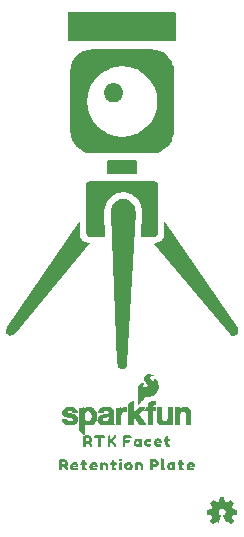
<source format=gto>
G04 EAGLE Gerber RS-274X export*
G75*
%MOMM*%
%FSLAX34Y34*%
%LPD*%
%INSilkscreen Top*%
%IPPOS*%
%AMOC8*
5,1,8,0,0,1.08239X$1,22.5*%
G01*

G36*
X520403Y323853D02*
X520403Y323853D01*
X520405Y323851D01*
X523205Y324151D01*
X524504Y324251D01*
X524510Y324257D01*
X524516Y324253D01*
X527216Y325153D01*
X527217Y325155D01*
X527218Y325154D01*
X528518Y325654D01*
X528521Y325659D01*
X528525Y325657D01*
X530925Y327057D01*
X530927Y327062D01*
X530930Y327061D01*
X533130Y328761D01*
X533131Y328766D01*
X533135Y328765D01*
X534135Y329765D01*
X534135Y329769D01*
X534138Y329769D01*
X535938Y331969D01*
X535938Y331975D01*
X535943Y331975D01*
X537343Y334375D01*
X537342Y334379D01*
X537345Y334379D01*
X537945Y335679D01*
X537944Y335684D01*
X537947Y335686D01*
X538747Y338286D01*
X538745Y338291D01*
X538749Y338293D01*
X538949Y339693D01*
X538948Y339694D01*
X538949Y339695D01*
X539249Y342495D01*
X539247Y342498D01*
X539249Y342500D01*
X539249Y392800D01*
X539248Y392802D01*
X539249Y392804D01*
X539049Y395604D01*
X539047Y395606D01*
X539049Y395607D01*
X538849Y397007D01*
X538844Y397012D01*
X538847Y397016D01*
X537947Y399716D01*
X537945Y399717D01*
X537946Y399718D01*
X537446Y401018D01*
X537442Y401020D01*
X537443Y401023D01*
X536143Y403423D01*
X536137Y403426D01*
X536138Y403431D01*
X534338Y405631D01*
X534334Y405632D01*
X534335Y405635D01*
X533335Y406635D01*
X533332Y406635D01*
X533332Y406637D01*
X531232Y408437D01*
X531225Y408438D01*
X531225Y408443D01*
X530025Y409143D01*
X530021Y409142D01*
X530021Y409145D01*
X528723Y409744D01*
X527525Y410443D01*
X527516Y410441D01*
X527514Y410447D01*
X524814Y411247D01*
X524809Y411245D01*
X524807Y411249D01*
X523407Y411449D01*
X523406Y411448D01*
X523405Y411449D01*
X520705Y411749D01*
X520702Y411747D01*
X520700Y411749D01*
X470200Y411749D01*
X470197Y411747D01*
X470195Y411749D01*
X467395Y411449D01*
X467394Y411448D01*
X467393Y411449D01*
X465993Y411249D01*
X465989Y411245D01*
X465986Y411247D01*
X463386Y410447D01*
X463384Y410445D01*
X463382Y410446D01*
X462082Y409946D01*
X462080Y409941D01*
X462076Y409943D01*
X459576Y408543D01*
X459573Y408536D01*
X459568Y408537D01*
X457468Y406737D01*
X457468Y406736D01*
X457467Y406737D01*
X456467Y405837D01*
X456466Y405831D01*
X456462Y405831D01*
X454662Y403631D01*
X454662Y403625D01*
X454657Y403625D01*
X453257Y401225D01*
X453258Y401221D01*
X453255Y401221D01*
X452655Y399921D01*
X452656Y399915D01*
X452653Y399914D01*
X451853Y397214D01*
X451855Y397209D01*
X451851Y397208D01*
X451651Y395908D01*
X451652Y395906D01*
X451651Y395905D01*
X451351Y393105D01*
X451353Y393102D01*
X451351Y393100D01*
X451351Y342700D01*
X451353Y342697D01*
X451351Y342695D01*
X451651Y339895D01*
X451652Y339893D01*
X451651Y339893D01*
X451851Y338593D01*
X451855Y338589D01*
X451853Y338586D01*
X452653Y335886D01*
X452655Y335884D01*
X452654Y335882D01*
X453154Y334582D01*
X453159Y334580D01*
X453157Y334576D01*
X454557Y332076D01*
X454564Y332073D01*
X454563Y332068D01*
X456363Y329968D01*
X456364Y329968D01*
X456363Y329967D01*
X457263Y328967D01*
X457269Y328966D01*
X457269Y328962D01*
X459469Y327162D01*
X459475Y327162D01*
X459475Y327157D01*
X461875Y325757D01*
X461879Y325758D01*
X461879Y325755D01*
X463179Y325155D01*
X463185Y325156D01*
X463186Y325153D01*
X465886Y324353D01*
X465891Y324355D01*
X465893Y324351D01*
X467193Y324151D01*
X467194Y324152D01*
X467195Y324151D01*
X469995Y323851D01*
X469998Y323853D01*
X470000Y323851D01*
X520400Y323851D01*
X520403Y323853D01*
G37*
%LPC*%
G36*
X494105Y337849D02*
X494105Y337849D01*
X489908Y338249D01*
X488613Y338548D01*
X484616Y339846D01*
X483320Y340345D01*
X479624Y342343D01*
X478429Y343040D01*
X475232Y345738D01*
X475231Y345738D01*
X474135Y346635D01*
X471439Y349930D01*
X470642Y351027D01*
X467945Y355920D01*
X466248Y361211D01*
X466049Y362606D01*
X465649Y366802D01*
X465649Y368197D01*
X466049Y372295D01*
X466248Y373689D01*
X467846Y379080D01*
X468543Y380275D01*
X468542Y380276D01*
X468543Y380277D01*
X470542Y383974D01*
X471339Y385070D01*
X474036Y388267D01*
X475033Y389263D01*
X478329Y391960D01*
X479425Y392658D01*
X483122Y394656D01*
X484417Y395254D01*
X488412Y396452D01*
X489808Y396751D01*
X495301Y397351D01*
X500891Y396851D01*
X502286Y396453D01*
X506284Y395253D01*
X507579Y394755D01*
X511175Y392758D01*
X512371Y391960D01*
X515668Y389262D01*
X516664Y388366D01*
X519361Y385170D01*
X520158Y384073D01*
X522855Y379181D01*
X524552Y373789D01*
X524751Y372395D01*
X525151Y368297D01*
X525151Y366902D01*
X524751Y362706D01*
X524552Y361311D01*
X522854Y356019D01*
X520258Y351127D01*
X519361Y349931D01*
X516664Y346734D01*
X515668Y345838D01*
X512471Y343140D01*
X511275Y342443D01*
X511252Y342388D01*
X511259Y342385D01*
X511256Y342378D01*
X511274Y342342D01*
X507580Y340345D01*
X506284Y339847D01*
X502286Y338647D01*
X500991Y338249D01*
X495400Y337749D01*
X494105Y337849D01*
G37*
%LPD*%
G36*
X541247Y418687D02*
X541247Y418687D01*
X541242Y418694D01*
X541249Y418700D01*
X541249Y442400D01*
X541230Y442426D01*
X541230Y442439D01*
X540430Y443039D01*
X540408Y443039D01*
X540400Y443049D01*
X449700Y443049D01*
X449653Y443013D01*
X449658Y443006D01*
X449651Y443000D01*
X449651Y419300D01*
X449670Y419274D01*
X449670Y419261D01*
X450470Y418661D01*
X450492Y418661D01*
X450500Y418651D01*
X541200Y418651D01*
X541247Y418687D01*
G37*
G36*
X496807Y141351D02*
X496807Y141351D01*
X496815Y141359D01*
X496822Y141356D01*
X498022Y141956D01*
X498028Y141968D01*
X498036Y141967D01*
X499036Y143067D01*
X499038Y143080D01*
X499046Y143082D01*
X499546Y144382D01*
X499545Y144386D01*
X499547Y144388D01*
X499544Y144393D01*
X499549Y144397D01*
X499649Y145797D01*
X506649Y274197D01*
X506647Y274201D01*
X506649Y274204D01*
X506549Y275604D01*
X506547Y275606D01*
X506549Y275607D01*
X506349Y277007D01*
X506346Y277009D01*
X506348Y277011D01*
X506048Y278311D01*
X506042Y278316D01*
X506045Y278321D01*
X505445Y279621D01*
X505440Y279623D01*
X505441Y279627D01*
X504641Y280827D01*
X504640Y280828D01*
X504640Y280829D01*
X503840Y281929D01*
X503831Y281932D01*
X503831Y281938D01*
X502731Y282838D01*
X502729Y282838D01*
X502729Y282840D01*
X501629Y283640D01*
X501625Y283640D01*
X501625Y283643D01*
X500425Y284343D01*
X500417Y284342D01*
X500414Y284347D01*
X499114Y284747D01*
X499111Y284746D01*
X499110Y284748D01*
X497710Y285048D01*
X497706Y285046D01*
X497704Y285049D01*
X496304Y285149D01*
X496299Y285146D01*
X496297Y285149D01*
X494897Y285049D01*
X494894Y285047D01*
X494893Y285049D01*
X493493Y284849D01*
X493487Y284843D01*
X493482Y284846D01*
X492182Y284346D01*
X492180Y284343D01*
X492178Y284344D01*
X490978Y283744D01*
X490976Y283740D01*
X490973Y283741D01*
X489773Y282941D01*
X489771Y282936D01*
X489767Y282937D01*
X488767Y282037D01*
X488766Y282031D01*
X488762Y282031D01*
X487862Y280931D01*
X487862Y280929D01*
X487860Y280929D01*
X487060Y279829D01*
X487060Y279822D01*
X487055Y279821D01*
X486455Y278521D01*
X486456Y278516D01*
X486453Y278514D01*
X486053Y277214D01*
X486055Y277209D01*
X486051Y277207D01*
X485851Y275807D01*
X485853Y275805D01*
X485851Y275804D01*
X485751Y274404D01*
X485752Y274401D01*
X485751Y274400D01*
X485751Y273000D01*
X485752Y272999D01*
X485751Y272998D01*
X491351Y145898D01*
X491351Y145897D01*
X491451Y144497D01*
X491458Y144489D01*
X491454Y144482D01*
X491954Y143182D01*
X491962Y143177D01*
X491960Y143171D01*
X492760Y142071D01*
X492777Y142066D01*
X492779Y142055D01*
X494079Y141455D01*
X494087Y141457D01*
X494089Y141452D01*
X495389Y141152D01*
X495401Y141157D01*
X495407Y141151D01*
X496807Y141351D01*
G37*
G36*
X480315Y253262D02*
X480315Y253262D01*
X480326Y253258D01*
X481126Y253758D01*
X481134Y253778D01*
X481135Y253779D01*
X481135Y253780D01*
X481140Y253795D01*
X481149Y253802D01*
X480249Y273401D01*
X480249Y274798D01*
X480349Y276195D01*
X480549Y277591D01*
X480848Y278988D01*
X481247Y280284D01*
X481745Y281579D01*
X482442Y282774D01*
X483240Y283971D01*
X484038Y285068D01*
X485034Y286064D01*
X486032Y286962D01*
X487128Y287859D01*
X488324Y288557D01*
X489621Y289255D01*
X490916Y289754D01*
X492212Y290152D01*
X493607Y290451D01*
X495004Y290551D01*
X496300Y290651D01*
X497695Y290551D01*
X499091Y290352D01*
X500488Y290052D01*
X501782Y289654D01*
X503078Y289056D01*
X504275Y288457D01*
X505471Y287660D01*
X506568Y286762D01*
X507565Y285865D01*
X508562Y284769D01*
X509359Y283673D01*
X510057Y282475D01*
X510755Y281279D01*
X511253Y279984D01*
X511652Y278588D01*
X511951Y277293D01*
X512051Y275897D01*
X512151Y274500D01*
X512051Y273104D01*
X512051Y273103D01*
X510951Y253503D01*
X510984Y253453D01*
X510989Y253457D01*
X510992Y253451D01*
X512192Y253251D01*
X512197Y253254D01*
X512200Y253251D01*
X523400Y253251D01*
X523412Y253260D01*
X523421Y253255D01*
X524721Y253855D01*
X524730Y253874D01*
X524743Y253875D01*
X525443Y255075D01*
X525441Y255091D01*
X525449Y255096D01*
X525549Y256396D01*
X525548Y256399D01*
X525549Y256400D01*
X525549Y297000D01*
X525546Y297004D01*
X525549Y297007D01*
X525349Y298407D01*
X525335Y298420D01*
X525338Y298431D01*
X524438Y299531D01*
X524416Y299536D01*
X524411Y299548D01*
X523111Y299848D01*
X523104Y299845D01*
X523100Y299849D01*
X467100Y299849D01*
X467089Y299841D01*
X467084Y299841D01*
X467078Y299844D01*
X465878Y299244D01*
X465869Y299226D01*
X465857Y299225D01*
X465157Y298025D01*
X465159Y298009D01*
X465151Y298004D01*
X465051Y296604D01*
X465052Y296601D01*
X465051Y296600D01*
X465051Y256000D01*
X465055Y255994D01*
X465052Y255990D01*
X465352Y254590D01*
X465366Y254578D01*
X465363Y254567D01*
X466263Y253567D01*
X466284Y253563D01*
X466290Y253552D01*
X467690Y253252D01*
X467697Y253255D01*
X467700Y253251D01*
X480300Y253251D01*
X480315Y253262D01*
G37*
G36*
X590107Y169358D02*
X590107Y169358D01*
X590114Y169353D01*
X591414Y169753D01*
X591422Y169764D01*
X591431Y169762D01*
X592531Y170662D01*
X592533Y170671D01*
X592540Y170671D01*
X593340Y171771D01*
X593340Y171783D01*
X593347Y171786D01*
X593747Y173086D01*
X593743Y173098D01*
X593749Y173104D01*
X593649Y174504D01*
X593641Y174513D01*
X593645Y174521D01*
X593045Y175821D01*
X593039Y175824D01*
X593041Y175828D01*
X531341Y265928D01*
X531336Y265929D01*
X531336Y265934D01*
X531326Y265933D01*
X531284Y265947D01*
X531278Y265928D01*
X531258Y265925D01*
X530958Y265425D01*
X530960Y265407D01*
X530953Y265402D01*
X530953Y265401D01*
X530951Y265400D01*
X530951Y255602D01*
X530851Y254209D01*
X530454Y252918D01*
X529857Y251625D01*
X529063Y250533D01*
X528070Y249639D01*
X526876Y248843D01*
X525584Y248247D01*
X524291Y247948D01*
X522893Y247749D01*
X522871Y247727D01*
X522858Y247725D01*
X522558Y247225D01*
X522563Y247173D01*
X522562Y247168D01*
X586362Y170968D01*
X586369Y170967D01*
X586369Y170962D01*
X587469Y170062D01*
X587477Y170062D01*
X587478Y170056D01*
X588678Y169456D01*
X588692Y169458D01*
X588697Y169451D01*
X590097Y169351D01*
X590107Y169358D01*
G37*
G36*
X402107Y169551D02*
X402107Y169551D01*
X402115Y169559D01*
X402122Y169556D01*
X403322Y170156D01*
X403326Y170165D01*
X403333Y170163D01*
X404333Y171063D01*
X404334Y171069D01*
X404338Y171068D01*
X468238Y247368D01*
X468238Y247369D01*
X468238Y247371D01*
X468241Y247428D01*
X468224Y247429D01*
X468219Y247445D01*
X467519Y247745D01*
X467510Y247743D01*
X467507Y247749D01*
X466111Y247948D01*
X464818Y248346D01*
X463525Y248943D01*
X462432Y249738D01*
X461438Y250732D01*
X460643Y251825D01*
X460047Y253116D01*
X459749Y254407D01*
X459649Y255802D01*
X459649Y265600D01*
X459624Y265633D01*
X459622Y265644D01*
X459222Y265844D01*
X459164Y265833D01*
X459164Y265828D01*
X459159Y265828D01*
X398260Y176729D01*
X397460Y175629D01*
X397460Y175622D01*
X397457Y175619D01*
X397454Y175618D01*
X396954Y174318D01*
X396957Y174307D01*
X396951Y174304D01*
X396851Y172904D01*
X396858Y172893D01*
X396853Y172886D01*
X397253Y171586D01*
X397264Y171578D01*
X397262Y171569D01*
X398162Y170469D01*
X398172Y170466D01*
X398173Y170459D01*
X399373Y169659D01*
X399385Y169660D01*
X399389Y169652D01*
X400689Y169352D01*
X400701Y169357D01*
X400707Y169351D01*
X402107Y169551D01*
G37*
G36*
X587614Y9707D02*
X587614Y9707D01*
X587684Y9713D01*
X587699Y9722D01*
X587716Y9725D01*
X587822Y9797D01*
X587832Y9803D01*
X587833Y9805D01*
X587834Y9806D01*
X590134Y12106D01*
X590142Y12119D01*
X590143Y12120D01*
X590145Y12122D01*
X590147Y12126D01*
X590166Y12142D01*
X590192Y12199D01*
X590225Y12253D01*
X590228Y12277D01*
X590238Y12300D01*
X590236Y12362D01*
X590242Y12425D01*
X590233Y12448D01*
X590232Y12473D01*
X590192Y12555D01*
X590180Y12586D01*
X590174Y12592D01*
X590169Y12601D01*
X588224Y15195D01*
X588234Y15206D01*
X588253Y15236D01*
X588305Y15304D01*
X588405Y15504D01*
X588409Y15520D01*
X588418Y15533D01*
X588444Y15667D01*
X588445Y15672D01*
X588445Y15673D01*
X588445Y15674D01*
X588445Y15684D01*
X588478Y15749D01*
X588534Y15806D01*
X588553Y15836D01*
X588605Y15904D01*
X588705Y16104D01*
X588709Y16120D01*
X588718Y16133D01*
X588744Y16267D01*
X588745Y16272D01*
X588745Y16273D01*
X588745Y16274D01*
X588745Y16284D01*
X588905Y16604D01*
X588909Y16620D01*
X588918Y16633D01*
X588944Y16767D01*
X588945Y16772D01*
X588945Y16773D01*
X588945Y16774D01*
X588945Y16784D01*
X589005Y16904D01*
X589009Y16920D01*
X589018Y16933D01*
X589044Y17067D01*
X589045Y17072D01*
X589045Y17073D01*
X589045Y17074D01*
X589045Y17084D01*
X589105Y17204D01*
X589109Y17220D01*
X589118Y17233D01*
X589138Y17336D01*
X592430Y17900D01*
X592448Y17907D01*
X592467Y17908D01*
X592527Y17941D01*
X592589Y17967D01*
X592602Y17982D01*
X592619Y17991D01*
X592658Y18047D01*
X592702Y18098D01*
X592707Y18117D01*
X592718Y18133D01*
X592740Y18244D01*
X592745Y18266D01*
X592744Y18270D01*
X592745Y18274D01*
X592745Y21474D01*
X592741Y21493D01*
X592743Y21514D01*
X592732Y21546D01*
X592731Y21553D01*
X592726Y21562D01*
X592721Y21577D01*
X592706Y21642D01*
X592693Y21658D01*
X592686Y21677D01*
X592638Y21724D01*
X592596Y21776D01*
X592577Y21784D01*
X592563Y21798D01*
X592461Y21836D01*
X592438Y21846D01*
X592433Y21846D01*
X592428Y21848D01*
X589145Y22395D01*
X589145Y22474D01*
X589128Y22548D01*
X589114Y22623D01*
X589108Y22633D01*
X589106Y22642D01*
X589083Y22670D01*
X589045Y22725D01*
X589045Y22774D01*
X589028Y22848D01*
X589014Y22923D01*
X589008Y22933D01*
X589006Y22942D01*
X588983Y22970D01*
X588934Y23042D01*
X588878Y23098D01*
X588845Y23163D01*
X588845Y23274D01*
X588828Y23348D01*
X588814Y23423D01*
X588808Y23433D01*
X588806Y23442D01*
X588783Y23470D01*
X588745Y23525D01*
X588745Y23574D01*
X588728Y23648D01*
X588714Y23723D01*
X588708Y23733D01*
X588706Y23742D01*
X588683Y23770D01*
X588634Y23842D01*
X588578Y23898D01*
X588505Y24043D01*
X588482Y24071D01*
X588445Y24125D01*
X588445Y24174D01*
X588428Y24248D01*
X588414Y24323D01*
X588408Y24333D01*
X588406Y24342D01*
X588383Y24370D01*
X588334Y24442D01*
X588278Y24498D01*
X588238Y24578D01*
X590173Y27251D01*
X590183Y27275D01*
X590200Y27294D01*
X590216Y27354D01*
X590240Y27411D01*
X590238Y27436D01*
X590245Y27461D01*
X590233Y27522D01*
X590229Y27584D01*
X590216Y27606D01*
X590211Y27631D01*
X590160Y27703D01*
X590142Y27733D01*
X590135Y27738D01*
X590128Y27748D01*
X587828Y29948D01*
X587817Y29954D01*
X587809Y29965D01*
X587743Y29998D01*
X587679Y30036D01*
X587666Y30037D01*
X587655Y30042D01*
X587581Y30043D01*
X587507Y30048D01*
X587495Y30043D01*
X587482Y30043D01*
X587351Y29986D01*
X584677Y28142D01*
X584536Y28213D01*
X584520Y28217D01*
X584507Y28226D01*
X584373Y28252D01*
X584367Y28253D01*
X584366Y28253D01*
X584356Y28253D01*
X584291Y28285D01*
X584234Y28342D01*
X584204Y28361D01*
X584136Y28413D01*
X583936Y28513D01*
X583920Y28517D01*
X583907Y28526D01*
X583773Y28552D01*
X583767Y28553D01*
X583766Y28553D01*
X583756Y28553D01*
X583691Y28585D01*
X583634Y28642D01*
X583569Y28682D01*
X583507Y28726D01*
X583495Y28728D01*
X583487Y28733D01*
X583452Y28736D01*
X583366Y28753D01*
X583256Y28753D01*
X583136Y28813D01*
X583120Y28817D01*
X583107Y28826D01*
X582973Y28852D01*
X582967Y28853D01*
X582966Y28853D01*
X582956Y28853D01*
X582836Y28913D01*
X582820Y28917D01*
X582807Y28926D01*
X582673Y28952D01*
X582667Y28953D01*
X582666Y28953D01*
X582656Y28953D01*
X582536Y29013D01*
X582520Y29017D01*
X582507Y29026D01*
X582490Y29029D01*
X581940Y32238D01*
X581932Y32256D01*
X581931Y32275D01*
X581899Y32334D01*
X581872Y32397D01*
X581858Y32410D01*
X581848Y32427D01*
X581793Y32466D01*
X581741Y32510D01*
X581722Y32515D01*
X581707Y32526D01*
X581596Y32547D01*
X581574Y32553D01*
X581570Y32552D01*
X581566Y32553D01*
X578366Y32553D01*
X578347Y32549D01*
X578328Y32551D01*
X578264Y32529D01*
X578198Y32513D01*
X578183Y32501D01*
X578164Y32495D01*
X578117Y32447D01*
X578064Y32403D01*
X578056Y32386D01*
X578043Y32372D01*
X578003Y32266D01*
X577994Y32245D01*
X577994Y32242D01*
X577992Y32238D01*
X577434Y28982D01*
X577376Y28953D01*
X577266Y28953D01*
X577192Y28936D01*
X577116Y28922D01*
X577107Y28916D01*
X577098Y28913D01*
X577070Y28891D01*
X577014Y28853D01*
X576966Y28853D01*
X576950Y28849D01*
X576934Y28852D01*
X576803Y28815D01*
X576798Y28813D01*
X576797Y28813D01*
X576796Y28813D01*
X576676Y28753D01*
X576666Y28753D01*
X576650Y28749D01*
X576634Y28752D01*
X576503Y28715D01*
X576498Y28713D01*
X576497Y28713D01*
X576496Y28713D01*
X576296Y28613D01*
X576269Y28590D01*
X576214Y28553D01*
X576166Y28553D01*
X576092Y28536D01*
X576016Y28522D01*
X576007Y28516D01*
X575998Y28513D01*
X575970Y28491D01*
X575898Y28442D01*
X575841Y28385D01*
X575696Y28313D01*
X575669Y28290D01*
X575614Y28253D01*
X575566Y28253D01*
X575492Y28236D01*
X575416Y28222D01*
X575407Y28216D01*
X575398Y28213D01*
X575370Y28191D01*
X575298Y28142D01*
X575280Y28124D01*
X572581Y29986D01*
X572565Y29992D01*
X572553Y30004D01*
X572486Y30023D01*
X572420Y30049D01*
X572403Y30048D01*
X572387Y30052D01*
X572318Y30040D01*
X572248Y30034D01*
X572233Y30025D01*
X572216Y30022D01*
X572110Y29950D01*
X572100Y29944D01*
X572099Y29943D01*
X572098Y29942D01*
X569898Y27742D01*
X569889Y27727D01*
X569875Y27717D01*
X569844Y27654D01*
X569807Y27595D01*
X569805Y27578D01*
X569797Y27563D01*
X569797Y27492D01*
X569790Y27423D01*
X569796Y27407D01*
X569796Y27389D01*
X569848Y27272D01*
X569852Y27261D01*
X569853Y27260D01*
X569854Y27258D01*
X571705Y24575D01*
X571703Y24560D01*
X571687Y24474D01*
X571687Y24424D01*
X571679Y24411D01*
X571627Y24343D01*
X571554Y24198D01*
X571498Y24142D01*
X571458Y24077D01*
X571414Y24014D01*
X571412Y24003D01*
X571407Y23995D01*
X571403Y23960D01*
X571387Y23874D01*
X571387Y23824D01*
X571379Y23811D01*
X571327Y23743D01*
X571227Y23543D01*
X571223Y23528D01*
X571214Y23514D01*
X571197Y23427D01*
X571194Y23419D01*
X571194Y23411D01*
X571188Y23380D01*
X571187Y23375D01*
X571187Y23374D01*
X571187Y23363D01*
X571027Y23043D01*
X571023Y23028D01*
X571014Y23014D01*
X570988Y22880D01*
X570987Y22875D01*
X570987Y22874D01*
X570987Y22863D01*
X570927Y22743D01*
X570923Y22728D01*
X570914Y22714D01*
X570905Y22669D01*
X570901Y22661D01*
X570902Y22651D01*
X570888Y22580D01*
X570887Y22575D01*
X570887Y22574D01*
X570887Y22563D01*
X570827Y22443D01*
X570823Y22428D01*
X570814Y22414D01*
X570811Y22398D01*
X567602Y21848D01*
X567584Y21840D01*
X567565Y21839D01*
X567505Y21807D01*
X567443Y21780D01*
X567430Y21765D01*
X567413Y21756D01*
X567374Y21701D01*
X567330Y21649D01*
X567325Y21630D01*
X567314Y21614D01*
X567298Y21533D01*
X567294Y21523D01*
X567294Y21512D01*
X567292Y21503D01*
X567287Y21481D01*
X567288Y21478D01*
X567287Y21474D01*
X567287Y18274D01*
X567291Y18255D01*
X567289Y18236D01*
X567311Y18171D01*
X567326Y18105D01*
X567339Y18090D01*
X567345Y18072D01*
X567393Y18024D01*
X567436Y17972D01*
X567454Y17964D01*
X567468Y17950D01*
X567574Y17910D01*
X567594Y17901D01*
X567598Y17901D01*
X567602Y17900D01*
X570858Y17342D01*
X570887Y17284D01*
X570887Y17174D01*
X570904Y17099D01*
X570918Y17024D01*
X570924Y17014D01*
X570926Y17005D01*
X570949Y16978D01*
X570987Y16922D01*
X570987Y16874D01*
X571000Y16818D01*
X571001Y16799D01*
X571006Y16789D01*
X571018Y16724D01*
X571024Y16714D01*
X571026Y16705D01*
X571049Y16678D01*
X571098Y16606D01*
X571154Y16549D01*
X571187Y16484D01*
X571187Y16374D01*
X571204Y16299D01*
X571218Y16224D01*
X571224Y16214D01*
X571226Y16205D01*
X571249Y16178D01*
X571287Y16122D01*
X571287Y16074D01*
X571304Y15999D01*
X571318Y15924D01*
X571324Y15914D01*
X571326Y15905D01*
X571349Y15878D01*
X571398Y15806D01*
X571454Y15749D01*
X571527Y15604D01*
X571550Y15576D01*
X571593Y15513D01*
X571595Y15509D01*
X571596Y15509D01*
X571598Y15506D01*
X571654Y15449D01*
X571687Y15384D01*
X571687Y15374D01*
X571690Y15358D01*
X571688Y15342D01*
X571700Y15300D01*
X571701Y15282D01*
X571710Y15265D01*
X571725Y15211D01*
X571725Y15209D01*
X569857Y12594D01*
X569851Y12579D01*
X569840Y12568D01*
X569819Y12500D01*
X569792Y12434D01*
X569793Y12418D01*
X569788Y12403D01*
X569799Y12333D01*
X569804Y12261D01*
X569812Y12248D01*
X569814Y12232D01*
X569889Y12116D01*
X569891Y12112D01*
X569892Y12112D01*
X572092Y9812D01*
X572110Y9800D01*
X572123Y9783D01*
X572182Y9753D01*
X572237Y9717D01*
X572258Y9715D01*
X572277Y9705D01*
X572343Y9705D01*
X572409Y9697D01*
X572429Y9704D01*
X572450Y9704D01*
X572545Y9746D01*
X572572Y9755D01*
X572575Y9759D01*
X572581Y9761D01*
X575302Y11638D01*
X575325Y11621D01*
X575337Y11619D01*
X575345Y11614D01*
X575380Y11611D01*
X575395Y11608D01*
X575398Y11606D01*
X575463Y11565D01*
X575525Y11521D01*
X575537Y11519D01*
X575545Y11514D01*
X575580Y11511D01*
X575595Y11508D01*
X575598Y11506D01*
X575663Y11465D01*
X575725Y11421D01*
X575737Y11419D01*
X575745Y11414D01*
X575780Y11411D01*
X575795Y11408D01*
X575798Y11406D01*
X575863Y11365D01*
X575925Y11321D01*
X575937Y11319D01*
X575945Y11314D01*
X575980Y11311D01*
X575995Y11308D01*
X575998Y11306D01*
X576063Y11265D01*
X576125Y11221D01*
X576137Y11219D01*
X576145Y11214D01*
X576180Y11211D01*
X576195Y11208D01*
X576198Y11206D01*
X576263Y11165D01*
X576325Y11121D01*
X576337Y11119D01*
X576345Y11114D01*
X576380Y11111D01*
X576466Y11094D01*
X576516Y11094D01*
X576537Y11081D01*
X576570Y11049D01*
X576609Y11036D01*
X576645Y11014D01*
X576690Y11010D01*
X576734Y10996D01*
X576776Y11002D01*
X576817Y10998D01*
X576860Y11014D01*
X576905Y11021D01*
X576940Y11045D01*
X576979Y11060D01*
X577010Y11093D01*
X577047Y11120D01*
X577073Y11162D01*
X577096Y11187D01*
X577103Y11212D01*
X577122Y11242D01*
X579122Y16642D01*
X579129Y16699D01*
X579145Y16754D01*
X579139Y16784D01*
X579143Y16814D01*
X579124Y16868D01*
X579114Y16925D01*
X579096Y16949D01*
X579086Y16977D01*
X579045Y17017D01*
X579011Y17063D01*
X578981Y17080D01*
X578962Y17098D01*
X578930Y17108D01*
X578886Y17133D01*
X578612Y17225D01*
X578291Y17385D01*
X578134Y17542D01*
X578104Y17561D01*
X578036Y17613D01*
X577891Y17685D01*
X577778Y17798D01*
X577705Y17943D01*
X577682Y17971D01*
X577634Y18042D01*
X577478Y18198D01*
X577317Y18519D01*
X577226Y18794D01*
X577214Y18813D01*
X577205Y18843D01*
X577045Y19163D01*
X577045Y19374D01*
X577037Y19409D01*
X577026Y19494D01*
X576945Y19735D01*
X576945Y20212D01*
X577310Y21306D01*
X577661Y21832D01*
X577808Y21979D01*
X578076Y22158D01*
X578098Y22181D01*
X578134Y22206D01*
X578308Y22379D01*
X578534Y22530D01*
X578786Y22614D01*
X578804Y22625D01*
X578818Y22628D01*
X578831Y22639D01*
X578876Y22658D01*
X579081Y22794D01*
X579266Y22794D01*
X579301Y22803D01*
X579358Y22806D01*
X579713Y22894D01*
X580304Y22894D01*
X580546Y22814D01*
X580582Y22811D01*
X580666Y22794D01*
X580851Y22794D01*
X581056Y22658D01*
X581091Y22645D01*
X581140Y22617D01*
X581142Y22616D01*
X581143Y22616D01*
X581146Y22614D01*
X581398Y22530D01*
X581925Y22179D01*
X582271Y21832D01*
X582622Y21306D01*
X582706Y21054D01*
X582726Y21022D01*
X582750Y20963D01*
X582887Y20759D01*
X582887Y20574D01*
X582895Y20539D01*
X582906Y20454D01*
X582987Y20212D01*
X582987Y19435D01*
X582906Y19194D01*
X582903Y19158D01*
X582887Y19074D01*
X582887Y18963D01*
X582827Y18843D01*
X582821Y18821D01*
X582806Y18794D01*
X582715Y18519D01*
X582654Y18398D01*
X582498Y18242D01*
X582479Y18211D01*
X582427Y18143D01*
X582354Y17998D01*
X582041Y17685D01*
X581896Y17613D01*
X581869Y17590D01*
X581798Y17542D01*
X581641Y17385D01*
X581096Y17113D01*
X581073Y17093D01*
X581044Y17081D01*
X581007Y17038D01*
X580963Y17002D01*
X580951Y16974D01*
X580931Y16951D01*
X580916Y16896D01*
X580893Y16844D01*
X580895Y16813D01*
X580887Y16783D01*
X580899Y16709D01*
X580901Y16671D01*
X580908Y16659D01*
X580910Y16642D01*
X582910Y11242D01*
X582922Y11225D01*
X582926Y11205D01*
X582969Y11154D01*
X583006Y11098D01*
X583024Y11087D01*
X583036Y11072D01*
X583098Y11045D01*
X583156Y11011D01*
X583176Y11010D01*
X583194Y11001D01*
X583261Y11004D01*
X583328Y11000D01*
X583347Y11007D01*
X583367Y11008D01*
X583426Y11040D01*
X583488Y11066D01*
X583501Y11082D01*
X583519Y11091D01*
X583532Y11110D01*
X583540Y11112D01*
X583616Y11125D01*
X583625Y11132D01*
X583634Y11134D01*
X583662Y11157D01*
X583734Y11206D01*
X583741Y11212D01*
X583816Y11225D01*
X583825Y11232D01*
X583834Y11234D01*
X583862Y11257D01*
X583934Y11306D01*
X583941Y11312D01*
X584016Y11325D01*
X584025Y11332D01*
X584034Y11334D01*
X584062Y11357D01*
X584118Y11394D01*
X584166Y11394D01*
X584240Y11412D01*
X584316Y11425D01*
X584325Y11432D01*
X584334Y11434D01*
X584362Y11457D01*
X584434Y11506D01*
X584441Y11512D01*
X584516Y11525D01*
X584525Y11532D01*
X584534Y11534D01*
X584562Y11557D01*
X584634Y11606D01*
X584652Y11623D01*
X587351Y9761D01*
X587367Y9755D01*
X587379Y9744D01*
X587447Y9724D01*
X587512Y9698D01*
X587529Y9700D01*
X587545Y9695D01*
X587614Y9707D01*
G37*
G36*
X507747Y305887D02*
X507747Y305887D01*
X507742Y305894D01*
X507749Y305900D01*
X507749Y317100D01*
X507743Y317108D01*
X507748Y317113D01*
X507448Y318213D01*
X507400Y318249D01*
X483600Y318249D01*
X483579Y318233D01*
X483565Y318235D01*
X482865Y317535D01*
X482862Y317508D01*
X482851Y317500D01*
X482851Y306300D01*
X482880Y306262D01*
X482882Y306254D01*
X483882Y305854D01*
X483895Y305858D01*
X483900Y305851D01*
X507700Y305851D01*
X507747Y305887D01*
G37*
G36*
X509036Y110886D02*
X509036Y110886D01*
X509063Y110883D01*
X509120Y110905D01*
X509179Y110919D01*
X509199Y110936D01*
X509225Y110946D01*
X509283Y111005D01*
X509312Y111029D01*
X509317Y111039D01*
X509326Y111049D01*
X509506Y111318D01*
X509779Y111591D01*
X509791Y111611D01*
X509814Y111632D01*
X510098Y112010D01*
X510579Y112491D01*
X510587Y112504D01*
X510602Y112517D01*
X511091Y113103D01*
X511679Y113691D01*
X511693Y113714D01*
X511719Y113739D01*
X512201Y114413D01*
X513479Y115691D01*
X513487Y115704D01*
X513502Y115717D01*
X513978Y116287D01*
X514928Y117047D01*
X515344Y117297D01*
X515841Y117380D01*
X517710Y117380D01*
X517736Y117386D01*
X517773Y117385D01*
X518973Y117585D01*
X518988Y117592D01*
X519010Y117593D01*
X520110Y117893D01*
X520127Y117902D01*
X520151Y117907D01*
X521151Y118307D01*
X521173Y118322D01*
X521206Y118334D01*
X522206Y118934D01*
X522226Y118954D01*
X522260Y118974D01*
X523060Y119674D01*
X523067Y119683D01*
X523079Y119691D01*
X523879Y120491D01*
X523890Y120509D01*
X523910Y120527D01*
X524610Y121427D01*
X524621Y121450D01*
X524642Y121475D01*
X525642Y123275D01*
X525652Y123310D01*
X525676Y123358D01*
X526176Y125158D01*
X526178Y125192D01*
X526190Y125239D01*
X526290Y127039D01*
X526283Y127075D01*
X526284Y127130D01*
X525984Y128730D01*
X525973Y128754D01*
X525968Y128788D01*
X525468Y130188D01*
X525452Y130213D01*
X525438Y130252D01*
X524738Y131452D01*
X524717Y131474D01*
X524694Y131513D01*
X523894Y132413D01*
X523890Y132416D01*
X523780Y132500D01*
X522980Y132900D01*
X522970Y132902D01*
X522964Y132907D01*
X522925Y132914D01*
X522882Y132933D01*
X522847Y132932D01*
X522812Y132940D01*
X522761Y132929D01*
X522709Y132927D01*
X522678Y132910D01*
X522643Y132901D01*
X522603Y132869D01*
X522557Y132844D01*
X522536Y132815D01*
X522509Y132792D01*
X522487Y132745D01*
X522457Y132702D01*
X522449Y132661D01*
X522437Y132634D01*
X522437Y132628D01*
X522437Y132626D01*
X522438Y132601D01*
X522430Y132560D01*
X522430Y131822D01*
X522291Y131404D01*
X522142Y131305D01*
X521948Y131240D01*
X521400Y131240D01*
X520701Y131590D01*
X520430Y131771D01*
X520038Y132064D01*
X520029Y132068D01*
X520021Y132076D01*
X519752Y132256D01*
X519523Y132485D01*
X519350Y132830D01*
X519337Y132846D01*
X519326Y132871D01*
X519163Y133116D01*
X519079Y133452D01*
X519073Y133464D01*
X519071Y133480D01*
X519011Y133660D01*
X519062Y133814D01*
X519150Y133990D01*
X519156Y134013D01*
X519171Y134040D01*
X519255Y134292D01*
X519390Y134495D01*
X519711Y134735D01*
X519990Y134875D01*
X520034Y134897D01*
X520485Y134987D01*
X520492Y134991D01*
X520502Y134991D01*
X520857Y135080D01*
X521048Y135080D01*
X521290Y134999D01*
X521327Y134996D01*
X521410Y134980D01*
X521710Y134980D01*
X521735Y134986D01*
X521761Y134983D01*
X521819Y135005D01*
X521879Y135019D01*
X521899Y135036D01*
X521923Y135045D01*
X521965Y135090D01*
X522012Y135129D01*
X522023Y135153D01*
X522040Y135172D01*
X522058Y135231D01*
X522083Y135288D01*
X522082Y135313D01*
X522090Y135338D01*
X522079Y135399D01*
X522077Y135461D01*
X522064Y135483D01*
X522060Y135509D01*
X522012Y135580D01*
X521994Y135613D01*
X521986Y135619D01*
X521979Y135629D01*
X521879Y135729D01*
X521859Y135741D01*
X521838Y135764D01*
X521438Y136064D01*
X521412Y136076D01*
X521380Y136100D01*
X520780Y136400D01*
X520763Y136404D01*
X520744Y136416D01*
X519944Y136716D01*
X519937Y136717D01*
X519930Y136721D01*
X519030Y137021D01*
X518993Y137024D01*
X518910Y137040D01*
X517910Y137040D01*
X517882Y137034D01*
X517842Y137034D01*
X516742Y136834D01*
X516707Y136819D01*
X516628Y136794D01*
X515528Y136194D01*
X515502Y136171D01*
X515457Y136144D01*
X514557Y135344D01*
X514538Y135316D01*
X514501Y135281D01*
X514001Y134581D01*
X513986Y134545D01*
X513949Y134480D01*
X513649Y133580D01*
X513646Y133543D01*
X513630Y133460D01*
X513630Y132660D01*
X513637Y132627D01*
X513639Y132578D01*
X513839Y131678D01*
X513856Y131642D01*
X513878Y131575D01*
X514378Y130675D01*
X514400Y130651D01*
X514424Y130610D01*
X515124Y129810D01*
X515125Y129809D01*
X515126Y129807D01*
X515924Y128909D01*
X516584Y128155D01*
X516830Y127582D01*
X516830Y127022D01*
X516671Y126545D01*
X516350Y126144D01*
X515854Y125813D01*
X515163Y125640D01*
X514448Y125640D01*
X514019Y125726D01*
X513588Y125898D01*
X513352Y126056D01*
X513123Y126285D01*
X512962Y126606D01*
X512890Y126822D01*
X512890Y126998D01*
X512955Y127192D01*
X513106Y127418D01*
X513415Y127728D01*
X513630Y127799D01*
X513650Y127812D01*
X513680Y127820D01*
X514080Y128020D01*
X514109Y128044D01*
X514179Y128091D01*
X514279Y128191D01*
X514292Y128212D01*
X514311Y128228D01*
X514337Y128285D01*
X514370Y128338D01*
X514373Y128363D01*
X514383Y128386D01*
X514381Y128449D01*
X514387Y128511D01*
X514378Y128534D01*
X514377Y128559D01*
X514347Y128614D01*
X514325Y128673D01*
X514307Y128690D01*
X514295Y128712D01*
X514225Y128766D01*
X514198Y128790D01*
X514189Y128793D01*
X514180Y128800D01*
X513980Y128900D01*
X513965Y128904D01*
X513952Y128913D01*
X513818Y128939D01*
X513812Y128940D01*
X513811Y128940D01*
X513810Y128940D01*
X513657Y128940D01*
X513302Y129029D01*
X513266Y129029D01*
X513210Y129040D01*
X512410Y129040D01*
X512384Y129034D01*
X512348Y129035D01*
X511748Y128935D01*
X511717Y128922D01*
X511669Y128913D01*
X510669Y128513D01*
X510638Y128491D01*
X510582Y128464D01*
X510198Y128176D01*
X509714Y127886D01*
X509700Y127872D01*
X509681Y127863D01*
X509611Y127786D01*
X509590Y127765D01*
X509588Y127760D01*
X509584Y127756D01*
X509284Y127256D01*
X509280Y127243D01*
X509270Y127230D01*
X508970Y126630D01*
X508964Y126607D01*
X508949Y126580D01*
X508749Y125980D01*
X508746Y125947D01*
X508732Y125902D01*
X508532Y124102D01*
X508534Y124083D01*
X508530Y124060D01*
X508530Y111260D01*
X508541Y111210D01*
X508543Y111159D01*
X508561Y111127D01*
X508569Y111091D01*
X508602Y111052D01*
X508626Y111007D01*
X508656Y110986D01*
X508679Y110958D01*
X508726Y110937D01*
X508768Y110907D01*
X508810Y110899D01*
X508838Y110887D01*
X508868Y110888D01*
X508910Y110880D01*
X509010Y110880D01*
X509036Y110886D01*
G37*
G36*
X463285Y85392D02*
X463285Y85392D01*
X463311Y85393D01*
X463365Y85423D01*
X463423Y85445D01*
X463440Y85464D01*
X463463Y85476D01*
X463498Y85527D01*
X463540Y85572D01*
X463548Y85597D01*
X463563Y85618D01*
X463579Y85702D01*
X463590Y85738D01*
X463588Y85748D01*
X463590Y85760D01*
X463590Y95001D01*
X463813Y94722D01*
X463836Y94705D01*
X463914Y94634D01*
X464914Y94034D01*
X464927Y94030D01*
X464940Y94020D01*
X465540Y93720D01*
X465578Y93711D01*
X465648Y93685D01*
X467448Y93385D01*
X467486Y93387D01*
X467560Y93383D01*
X469060Y93583D01*
X469088Y93594D01*
X469130Y93599D01*
X470330Y93999D01*
X470363Y94020D01*
X470434Y94052D01*
X471534Y94852D01*
X471551Y94872D01*
X471579Y94891D01*
X472479Y95791D01*
X472499Y95824D01*
X472544Y95878D01*
X473144Y96978D01*
X473149Y96995D01*
X473161Y97014D01*
X473661Y98214D01*
X473666Y98241D01*
X473681Y98275D01*
X473981Y99575D01*
X473980Y99600D01*
X473989Y99633D01*
X474089Y101033D01*
X474086Y101056D01*
X474089Y101085D01*
X473989Y102585D01*
X473982Y102608D01*
X473982Y102640D01*
X473682Y104040D01*
X473675Y104053D01*
X473673Y104072D01*
X473273Y105372D01*
X473254Y105405D01*
X473231Y105464D01*
X472531Y106564D01*
X472511Y106583D01*
X472493Y106614D01*
X471593Y107614D01*
X471561Y107636D01*
X471514Y107681D01*
X470414Y108381D01*
X470382Y108392D01*
X470338Y108418D01*
X468938Y108918D01*
X468899Y108922D01*
X468835Y108939D01*
X467335Y109039D01*
X467324Y109038D01*
X467310Y109040D01*
X466610Y109040D01*
X466584Y109034D01*
X466548Y109035D01*
X465348Y108835D01*
X465336Y108830D01*
X465214Y108786D01*
X464214Y108186D01*
X464198Y108171D01*
X464172Y108157D01*
X463672Y107757D01*
X463661Y107742D01*
X463641Y107729D01*
X463490Y107578D01*
X463490Y108360D01*
X463490Y108361D01*
X463490Y108362D01*
X463470Y108445D01*
X463451Y108529D01*
X463450Y108530D01*
X463450Y108531D01*
X463396Y108595D01*
X463341Y108662D01*
X463340Y108663D01*
X463339Y108664D01*
X463260Y108699D01*
X463182Y108733D01*
X463181Y108733D01*
X463180Y108734D01*
X463035Y108733D01*
X462035Y108533D01*
X462028Y108529D01*
X462018Y108529D01*
X461627Y108431D01*
X461135Y108333D01*
X461128Y108329D01*
X461118Y108329D01*
X460763Y108240D01*
X460310Y108240D01*
X460280Y108233D01*
X460235Y108233D01*
X459735Y108133D01*
X459728Y108129D01*
X459718Y108129D01*
X459318Y108029D01*
X459314Y108027D01*
X459309Y108027D01*
X459237Y107987D01*
X459164Y107950D01*
X459161Y107946D01*
X459157Y107944D01*
X459110Y107877D01*
X459061Y107810D01*
X459060Y107806D01*
X459057Y107802D01*
X459030Y107660D01*
X459030Y89160D01*
X459032Y89150D01*
X459030Y89140D01*
X459043Y89097D01*
X459043Y89082D01*
X459052Y89066D01*
X459069Y88991D01*
X459076Y88983D01*
X459079Y88974D01*
X459172Y88863D01*
X459656Y88476D01*
X460541Y87591D01*
X460557Y87581D01*
X460572Y87563D01*
X462056Y86376D01*
X462941Y85491D01*
X462963Y85478D01*
X462979Y85458D01*
X463036Y85432D01*
X463088Y85400D01*
X463114Y85397D01*
X463138Y85387D01*
X463199Y85389D01*
X463261Y85383D01*
X463285Y85392D01*
G37*
G36*
X488001Y367054D02*
X488001Y367054D01*
X488004Y367051D01*
X489304Y367151D01*
X489309Y367156D01*
X489314Y367153D01*
X490714Y367553D01*
X490718Y367558D01*
X490722Y367556D01*
X491922Y368156D01*
X491924Y368160D01*
X491927Y368159D01*
X493127Y368959D01*
X493130Y368968D01*
X493137Y368967D01*
X494037Y369967D01*
X494037Y369971D01*
X494040Y369971D01*
X494840Y371071D01*
X494840Y371078D01*
X494845Y371079D01*
X495445Y372379D01*
X495444Y372384D01*
X495447Y372386D01*
X495847Y373686D01*
X495846Y373687D01*
X495844Y373693D01*
X495849Y373697D01*
X495949Y375097D01*
X495946Y375101D01*
X495949Y375104D01*
X495849Y376504D01*
X495844Y376510D01*
X495847Y376514D01*
X495447Y377814D01*
X495442Y377818D01*
X495444Y377822D01*
X494844Y379022D01*
X494840Y379024D01*
X494841Y379027D01*
X494041Y380227D01*
X494036Y380229D01*
X494037Y380233D01*
X493137Y381233D01*
X493128Y381235D01*
X493127Y381241D01*
X491927Y382041D01*
X491920Y382041D01*
X491919Y382045D01*
X490719Y382545D01*
X490715Y382544D01*
X490714Y382547D01*
X489314Y382947D01*
X489309Y382946D01*
X489308Y382949D01*
X488008Y383149D01*
X487998Y383144D01*
X487993Y383149D01*
X486593Y382949D01*
X486589Y382945D01*
X486586Y382947D01*
X485186Y382547D01*
X485184Y382544D01*
X485181Y382545D01*
X483981Y382045D01*
X483977Y382039D01*
X483973Y382041D01*
X482773Y381241D01*
X482770Y381232D01*
X482763Y381233D01*
X481863Y380233D01*
X481863Y380228D01*
X481859Y380227D01*
X481059Y379027D01*
X481059Y379023D01*
X481056Y379022D01*
X480456Y377822D01*
X480457Y377816D01*
X480453Y377814D01*
X480053Y376514D01*
X480056Y376507D01*
X480051Y376504D01*
X479951Y375104D01*
X479954Y375099D01*
X479951Y375097D01*
X480051Y373697D01*
X480056Y373690D01*
X480053Y373686D01*
X480453Y372386D01*
X480457Y372383D01*
X480455Y372379D01*
X481055Y371079D01*
X481062Y371076D01*
X481060Y371071D01*
X481860Y369971D01*
X481864Y369970D01*
X481863Y369967D01*
X482763Y368967D01*
X482772Y368965D01*
X482773Y368959D01*
X483973Y368159D01*
X483977Y368159D01*
X483978Y368156D01*
X485178Y367556D01*
X485185Y367557D01*
X485186Y367553D01*
X486586Y367153D01*
X486594Y367155D01*
X486597Y367151D01*
X487997Y367051D01*
X488001Y367054D01*
G37*
G36*
X480347Y93388D02*
X480347Y93388D01*
X480430Y93399D01*
X480672Y93480D01*
X481010Y93480D01*
X481047Y93488D01*
X481130Y93499D01*
X481372Y93580D01*
X481610Y93580D01*
X481647Y93588D01*
X481730Y93599D01*
X482930Y93999D01*
X482963Y94019D01*
X483021Y94044D01*
X483279Y94215D01*
X483530Y94299D01*
X483563Y94319D01*
X483621Y94344D01*
X483921Y94544D01*
X483942Y94567D01*
X483979Y94591D01*
X484116Y94728D01*
X484130Y94708D01*
X484130Y94560D01*
X484147Y94486D01*
X484160Y94411D01*
X484167Y94401D01*
X484169Y94391D01*
X484193Y94362D01*
X484241Y94291D01*
X484247Y94285D01*
X484260Y94211D01*
X484267Y94201D01*
X484269Y94191D01*
X484293Y94162D01*
X484341Y94091D01*
X484342Y94090D01*
X484343Y94059D01*
X484361Y94027D01*
X484369Y93991D01*
X484402Y93952D01*
X484426Y93907D01*
X484456Y93886D01*
X484479Y93858D01*
X484526Y93837D01*
X484568Y93807D01*
X484610Y93799D01*
X484638Y93787D01*
X484668Y93788D01*
X484710Y93780D01*
X488610Y93780D01*
X488660Y93791D01*
X488711Y93793D01*
X488743Y93811D01*
X488779Y93819D01*
X488818Y93852D01*
X488863Y93876D01*
X488884Y93906D01*
X488912Y93929D01*
X488933Y93976D01*
X488963Y94018D01*
X488971Y94060D01*
X488983Y94088D01*
X488982Y94118D01*
X488990Y94160D01*
X488990Y94260D01*
X488973Y94334D01*
X488960Y94409D01*
X488953Y94419D01*
X488951Y94429D01*
X488927Y94458D01*
X488879Y94529D01*
X488823Y94585D01*
X488790Y94650D01*
X488790Y94860D01*
X488787Y94875D01*
X488789Y94890D01*
X488752Y95022D01*
X488751Y95029D01*
X488750Y95029D01*
X488750Y95030D01*
X488690Y95150D01*
X488690Y95260D01*
X488687Y95275D01*
X488689Y95290D01*
X488667Y95371D01*
X488666Y95382D01*
X488661Y95392D01*
X488652Y95422D01*
X488651Y95429D01*
X488650Y95429D01*
X488650Y95430D01*
X488590Y95550D01*
X488590Y96360D01*
X488587Y96375D01*
X488589Y96390D01*
X488552Y96522D01*
X488551Y96529D01*
X488550Y96529D01*
X488550Y96530D01*
X488490Y96650D01*
X488490Y105260D01*
X488483Y105290D01*
X488483Y105335D01*
X488383Y105835D01*
X488371Y105861D01*
X488363Y105901D01*
X488163Y106401D01*
X488155Y106413D01*
X488150Y106430D01*
X487950Y106830D01*
X487932Y106852D01*
X487914Y106888D01*
X487614Y107288D01*
X487589Y107309D01*
X487582Y107322D01*
X487567Y107333D01*
X487538Y107364D01*
X486338Y108264D01*
X486303Y108279D01*
X486251Y108313D01*
X485751Y108513D01*
X485722Y108517D01*
X485685Y108533D01*
X485219Y108626D01*
X484751Y108813D01*
X484722Y108817D01*
X484685Y108833D01*
X484185Y108933D01*
X484153Y108932D01*
X484110Y108940D01*
X483548Y108940D01*
X483085Y109033D01*
X483053Y109032D01*
X483010Y109040D01*
X480710Y109040D01*
X480680Y109033D01*
X480635Y109033D01*
X480141Y108934D01*
X479548Y108835D01*
X479524Y108825D01*
X479490Y108821D01*
X478912Y108628D01*
X478435Y108533D01*
X478409Y108521D01*
X478369Y108513D01*
X477869Y108313D01*
X477847Y108298D01*
X477814Y108286D01*
X476814Y107686D01*
X476802Y107674D01*
X476782Y107664D01*
X476382Y107364D01*
X476357Y107334D01*
X476306Y107288D01*
X476006Y106888D01*
X475999Y106872D01*
X475984Y106856D01*
X475694Y106372D01*
X475406Y105988D01*
X475391Y105954D01*
X475349Y105880D01*
X475149Y105280D01*
X475147Y105258D01*
X475139Y105240D01*
X475139Y105235D01*
X475135Y105223D01*
X474935Y104023D01*
X474940Y103941D01*
X474943Y103859D01*
X474946Y103855D01*
X474946Y103850D01*
X474987Y103779D01*
X475026Y103707D01*
X475030Y103704D01*
X475033Y103700D01*
X475101Y103654D01*
X475168Y103607D01*
X475173Y103606D01*
X475177Y103604D01*
X475205Y103600D01*
X475310Y103580D01*
X479210Y103580D01*
X479260Y103591D01*
X479311Y103593D01*
X479343Y103611D01*
X479379Y103619D01*
X479418Y103652D01*
X479463Y103676D01*
X479484Y103706D01*
X479512Y103729D01*
X479533Y103776D01*
X479563Y103818D01*
X479571Y103860D01*
X479583Y103888D01*
X479582Y103918D01*
X479590Y103960D01*
X479590Y104370D01*
X479650Y104490D01*
X479656Y104513D01*
X479671Y104540D01*
X479762Y104814D01*
X479823Y104935D01*
X480135Y105248D01*
X480815Y105587D01*
X481000Y105680D01*
X482620Y105680D01*
X482740Y105620D01*
X482755Y105616D01*
X482768Y105607D01*
X482902Y105581D01*
X482909Y105580D01*
X482910Y105580D01*
X483020Y105580D01*
X483427Y105377D01*
X483470Y105290D01*
X483494Y105261D01*
X483541Y105191D01*
X483598Y105135D01*
X483830Y104670D01*
X483830Y103787D01*
X483651Y103548D01*
X483250Y103308D01*
X482697Y103123D01*
X482031Y102933D01*
X481362Y102837D01*
X479568Y102638D01*
X478668Y102538D01*
X478647Y102530D01*
X478618Y102529D01*
X477818Y102329D01*
X477801Y102320D01*
X477777Y102316D01*
X476977Y102016D01*
X476955Y102001D01*
X476921Y101990D01*
X476221Y101590D01*
X476199Y101570D01*
X476163Y101549D01*
X475463Y100949D01*
X475443Y100922D01*
X475380Y100849D01*
X474980Y100149D01*
X474971Y100119D01*
X474949Y100080D01*
X474649Y99180D01*
X474648Y99163D01*
X474645Y99156D01*
X474645Y99151D01*
X474636Y99128D01*
X474436Y98028D01*
X474436Y98018D01*
X474437Y97885D01*
X474530Y97422D01*
X474530Y96960D01*
X474533Y96945D01*
X474531Y96930D01*
X474568Y96798D01*
X474569Y96791D01*
X474570Y96791D01*
X474570Y96790D01*
X474747Y96436D01*
X474837Y95985D01*
X474838Y95984D01*
X474838Y95983D01*
X474894Y95849D01*
X475094Y95549D01*
X475101Y95542D01*
X475106Y95532D01*
X475400Y95140D01*
X475594Y94849D01*
X475617Y94828D01*
X475641Y94791D01*
X475941Y94491D01*
X475973Y94471D01*
X476040Y94420D01*
X476419Y94231D01*
X476699Y94044D01*
X476719Y94036D01*
X476740Y94020D01*
X477140Y93820D01*
X477154Y93817D01*
X477169Y93807D01*
X477669Y93607D01*
X477691Y93604D01*
X477718Y93591D01*
X478118Y93491D01*
X478154Y93491D01*
X478210Y93480D01*
X478672Y93480D01*
X479135Y93387D01*
X479167Y93388D01*
X479210Y93380D01*
X480310Y93380D01*
X480347Y93388D01*
G37*
G36*
X504860Y93791D02*
X504860Y93791D01*
X504911Y93793D01*
X504943Y93811D01*
X504979Y93819D01*
X505018Y93852D01*
X505063Y93876D01*
X505084Y93906D01*
X505112Y93929D01*
X505133Y93976D01*
X505163Y94018D01*
X505171Y94060D01*
X505183Y94088D01*
X505182Y94118D01*
X505190Y94160D01*
X505190Y98895D01*
X506231Y99866D01*
X509887Y93960D01*
X509910Y93936D01*
X509926Y93907D01*
X509971Y93876D01*
X510009Y93837D01*
X510041Y93827D01*
X510068Y93807D01*
X510136Y93794D01*
X510173Y93782D01*
X510190Y93784D01*
X510210Y93780D01*
X514910Y93780D01*
X514982Y93797D01*
X515054Y93808D01*
X515065Y93816D01*
X515079Y93819D01*
X515135Y93866D01*
X515195Y93909D01*
X515202Y93921D01*
X515212Y93929D01*
X515242Y93997D01*
X515277Y94061D01*
X515278Y94075D01*
X515283Y94088D01*
X515280Y94161D01*
X515283Y94234D01*
X515277Y94248D01*
X515277Y94261D01*
X515258Y94295D01*
X515228Y94368D01*
X509499Y103107D01*
X514576Y108089D01*
X514591Y108112D01*
X514612Y108129D01*
X514637Y108184D01*
X514669Y108235D01*
X514672Y108262D01*
X514683Y108288D01*
X514681Y108348D01*
X514687Y108407D01*
X514678Y108433D01*
X514677Y108461D01*
X514648Y108513D01*
X514627Y108570D01*
X514607Y108589D01*
X514594Y108613D01*
X514545Y108647D01*
X514501Y108689D01*
X514475Y108697D01*
X514452Y108713D01*
X514372Y108728D01*
X514336Y108739D01*
X514324Y108738D01*
X514310Y108740D01*
X509710Y108740D01*
X509632Y108722D01*
X509554Y108707D01*
X509548Y108702D01*
X509541Y108701D01*
X509516Y108680D01*
X509436Y108623D01*
X505190Y104205D01*
X505190Y113660D01*
X505177Y113716D01*
X505173Y113773D01*
X505158Y113799D01*
X505151Y113829D01*
X505114Y113873D01*
X505085Y113923D01*
X505060Y113939D01*
X505041Y113962D01*
X504988Y113986D01*
X504940Y114017D01*
X504910Y114021D01*
X504882Y114033D01*
X504825Y114031D01*
X504768Y114038D01*
X504735Y114028D01*
X504709Y114027D01*
X504679Y114010D01*
X504630Y113995D01*
X500730Y111895D01*
X500696Y111865D01*
X500657Y111844D01*
X500632Y111809D01*
X500600Y111780D01*
X500583Y111739D01*
X500557Y111702D01*
X500548Y111652D01*
X500534Y111620D01*
X500536Y111594D01*
X500530Y111560D01*
X500530Y94160D01*
X500541Y94110D01*
X500543Y94059D01*
X500561Y94027D01*
X500569Y93991D01*
X500602Y93952D01*
X500626Y93907D01*
X500656Y93886D01*
X500679Y93858D01*
X500726Y93837D01*
X500768Y93807D01*
X500810Y93799D01*
X500838Y93787D01*
X500868Y93788D01*
X500910Y93780D01*
X504810Y93780D01*
X504860Y93791D01*
G37*
G36*
X544260Y93791D02*
X544260Y93791D01*
X544311Y93793D01*
X544343Y93811D01*
X544379Y93819D01*
X544418Y93852D01*
X544463Y93876D01*
X544484Y93906D01*
X544512Y93929D01*
X544533Y93976D01*
X544563Y94018D01*
X544571Y94060D01*
X544583Y94088D01*
X544582Y94118D01*
X544590Y94160D01*
X544590Y102539D01*
X544682Y103362D01*
X544949Y103987D01*
X545223Y104442D01*
X545564Y104869D01*
X545944Y105097D01*
X546465Y105184D01*
X547202Y105276D01*
X547741Y105186D01*
X548171Y105100D01*
X548551Y104872D01*
X548794Y104548D01*
X549047Y104126D01*
X549134Y103603D01*
X549233Y102909D01*
X549330Y102136D01*
X549330Y94160D01*
X549341Y94110D01*
X549343Y94059D01*
X549361Y94027D01*
X549369Y93991D01*
X549402Y93952D01*
X549426Y93907D01*
X549456Y93886D01*
X549479Y93858D01*
X549526Y93837D01*
X549568Y93807D01*
X549610Y93799D01*
X549638Y93787D01*
X549668Y93788D01*
X549710Y93780D01*
X553610Y93780D01*
X553660Y93791D01*
X553711Y93793D01*
X553743Y93811D01*
X553779Y93819D01*
X553818Y93852D01*
X553863Y93876D01*
X553884Y93906D01*
X553912Y93929D01*
X553933Y93976D01*
X553963Y94018D01*
X553971Y94060D01*
X553983Y94088D01*
X553982Y94118D01*
X553990Y94160D01*
X553990Y102860D01*
X553987Y102873D01*
X553989Y102889D01*
X553889Y104189D01*
X553884Y104206D01*
X553884Y104228D01*
X553684Y105328D01*
X553677Y105345D01*
X553674Y105369D01*
X553374Y106369D01*
X553355Y106402D01*
X553332Y106462D01*
X552832Y107262D01*
X552808Y107286D01*
X552779Y107329D01*
X552079Y108029D01*
X552046Y108049D01*
X551995Y108092D01*
X551095Y108592D01*
X551060Y108602D01*
X551010Y108627D01*
X549910Y108927D01*
X549879Y108928D01*
X549837Y108939D01*
X548437Y109039D01*
X548425Y109037D01*
X548410Y109040D01*
X547810Y109040D01*
X547784Y109034D01*
X547748Y109035D01*
X547148Y108935D01*
X547124Y108925D01*
X547090Y108921D01*
X545890Y108521D01*
X545857Y108501D01*
X545799Y108476D01*
X545199Y108076D01*
X545189Y108066D01*
X545172Y108057D01*
X544672Y107657D01*
X544661Y107642D01*
X544641Y107629D01*
X544390Y107378D01*
X544390Y108360D01*
X544379Y108410D01*
X544377Y108461D01*
X544359Y108493D01*
X544351Y108529D01*
X544318Y108568D01*
X544294Y108613D01*
X544264Y108634D01*
X544241Y108662D01*
X544194Y108683D01*
X544152Y108713D01*
X544110Y108721D01*
X544082Y108733D01*
X544052Y108732D01*
X544010Y108740D01*
X540310Y108740D01*
X540260Y108729D01*
X540209Y108727D01*
X540177Y108709D01*
X540141Y108701D01*
X540102Y108668D01*
X540057Y108644D01*
X540036Y108614D01*
X540008Y108591D01*
X539987Y108544D01*
X539957Y108502D01*
X539949Y108460D01*
X539937Y108432D01*
X539938Y108402D01*
X539930Y108360D01*
X539930Y94160D01*
X539941Y94110D01*
X539943Y94059D01*
X539961Y94027D01*
X539969Y93991D01*
X540002Y93952D01*
X540026Y93907D01*
X540056Y93886D01*
X540079Y93858D01*
X540126Y93837D01*
X540168Y93807D01*
X540210Y93799D01*
X540238Y93787D01*
X540268Y93788D01*
X540310Y93780D01*
X544210Y93780D01*
X544260Y93791D01*
G37*
G36*
X530118Y93386D02*
X530118Y93386D01*
X530173Y93385D01*
X530767Y93484D01*
X531464Y93584D01*
X531491Y93594D01*
X531530Y93599D01*
X532130Y93799D01*
X532139Y93805D01*
X532151Y93807D01*
X532651Y94007D01*
X532663Y94015D01*
X532680Y94020D01*
X533000Y94180D01*
X533280Y94320D01*
X533305Y94341D01*
X533348Y94363D01*
X533848Y94763D01*
X533869Y94790D01*
X533907Y94822D01*
X534130Y95101D01*
X534130Y94160D01*
X534141Y94110D01*
X534143Y94059D01*
X534161Y94027D01*
X534169Y93991D01*
X534202Y93952D01*
X534226Y93907D01*
X534256Y93886D01*
X534279Y93858D01*
X534326Y93837D01*
X534368Y93807D01*
X534410Y93799D01*
X534438Y93787D01*
X534468Y93788D01*
X534510Y93780D01*
X538210Y93780D01*
X538260Y93791D01*
X538311Y93793D01*
X538343Y93811D01*
X538379Y93819D01*
X538418Y93852D01*
X538463Y93876D01*
X538484Y93906D01*
X538512Y93929D01*
X538533Y93976D01*
X538563Y94018D01*
X538571Y94060D01*
X538583Y94088D01*
X538582Y94118D01*
X538590Y94160D01*
X538590Y108360D01*
X538579Y108410D01*
X538577Y108461D01*
X538559Y108493D01*
X538551Y108529D01*
X538518Y108568D01*
X538494Y108613D01*
X538464Y108634D01*
X538441Y108662D01*
X538394Y108683D01*
X538352Y108713D01*
X538310Y108721D01*
X538282Y108733D01*
X538252Y108732D01*
X538210Y108740D01*
X534310Y108740D01*
X534260Y108729D01*
X534209Y108727D01*
X534177Y108709D01*
X534141Y108701D01*
X534102Y108668D01*
X534057Y108644D01*
X534036Y108614D01*
X534008Y108591D01*
X533987Y108544D01*
X533957Y108502D01*
X533949Y108460D01*
X533937Y108432D01*
X533938Y108402D01*
X533930Y108360D01*
X533930Y99884D01*
X533839Y99160D01*
X533565Y98520D01*
X533298Y97985D01*
X532974Y97662D01*
X532576Y97423D01*
X532055Y97336D01*
X531318Y97244D01*
X530779Y97334D01*
X530349Y97420D01*
X529970Y97648D01*
X529470Y98314D01*
X529386Y98815D01*
X529190Y100384D01*
X529190Y108360D01*
X529179Y108410D01*
X529177Y108461D01*
X529159Y108493D01*
X529151Y108529D01*
X529118Y108568D01*
X529094Y108613D01*
X529064Y108634D01*
X529041Y108662D01*
X528994Y108683D01*
X528952Y108713D01*
X528910Y108721D01*
X528882Y108733D01*
X528852Y108732D01*
X528810Y108740D01*
X525010Y108740D01*
X524960Y108729D01*
X524909Y108727D01*
X524877Y108709D01*
X524841Y108701D01*
X524802Y108668D01*
X524757Y108644D01*
X524736Y108614D01*
X524708Y108591D01*
X524687Y108544D01*
X524657Y108502D01*
X524649Y108460D01*
X524637Y108432D01*
X524638Y108402D01*
X524630Y108360D01*
X524630Y98360D01*
X524636Y98332D01*
X524636Y98292D01*
X524836Y97192D01*
X524843Y97175D01*
X524846Y97151D01*
X525146Y96151D01*
X525162Y96122D01*
X525178Y96075D01*
X525678Y95175D01*
X525697Y95154D01*
X525763Y95071D01*
X526463Y94471D01*
X526491Y94457D01*
X526525Y94428D01*
X527425Y93928D01*
X527450Y93920D01*
X527480Y93903D01*
X528580Y93503D01*
X528619Y93498D01*
X528683Y93481D01*
X530083Y93381D01*
X530118Y93386D01*
G37*
G36*
X452542Y93481D02*
X452542Y93481D01*
X452555Y93485D01*
X452573Y93485D01*
X453773Y93685D01*
X453788Y93692D01*
X453810Y93693D01*
X454910Y93993D01*
X454938Y94008D01*
X454980Y94020D01*
X455300Y94180D01*
X455980Y94520D01*
X456009Y94544D01*
X456060Y94574D01*
X456860Y95274D01*
X456879Y95300D01*
X456914Y95332D01*
X457514Y96132D01*
X457530Y96168D01*
X457567Y96230D01*
X457967Y97330D01*
X457971Y97361D01*
X457986Y97402D01*
X458186Y98702D01*
X458183Y98740D01*
X458188Y98802D01*
X458088Y99702D01*
X458075Y99739D01*
X458060Y99810D01*
X457760Y100510D01*
X457742Y100534D01*
X457726Y100571D01*
X457326Y101171D01*
X457298Y101198D01*
X457253Y101252D01*
X456653Y101752D01*
X456628Y101765D01*
X456599Y101790D01*
X455199Y102590D01*
X455161Y102601D01*
X455093Y102631D01*
X454198Y102830D01*
X451802Y103429D01*
X451782Y103429D01*
X451757Y103437D01*
X450995Y103533D01*
X450456Y103712D01*
X449911Y103985D01*
X449582Y104232D01*
X449360Y104527D01*
X449290Y104807D01*
X449290Y105045D01*
X449554Y105441D01*
X449716Y105495D01*
X450102Y105591D01*
X450114Y105597D01*
X450130Y105599D01*
X450372Y105680D01*
X451937Y105680D01*
X452354Y105513D01*
X452719Y105331D01*
X452936Y105186D01*
X453072Y104982D01*
X453244Y104551D01*
X453337Y104085D01*
X453343Y104073D01*
X453343Y104059D01*
X453379Y103995D01*
X453409Y103928D01*
X453420Y103919D01*
X453426Y103907D01*
X453486Y103865D01*
X453543Y103818D01*
X453557Y103815D01*
X453568Y103807D01*
X453710Y103780D01*
X457410Y103780D01*
X457490Y103798D01*
X457570Y103815D01*
X457574Y103818D01*
X457579Y103819D01*
X457642Y103872D01*
X457706Y103922D01*
X457708Y103926D01*
X457712Y103929D01*
X457746Y104004D01*
X457781Y104078D01*
X457781Y104083D01*
X457783Y104088D01*
X457782Y104115D01*
X457785Y104223D01*
X457585Y105423D01*
X457570Y105459D01*
X457550Y105530D01*
X457050Y106530D01*
X457032Y106552D01*
X457014Y106588D01*
X456414Y107388D01*
X456384Y107413D01*
X456338Y107464D01*
X455538Y108064D01*
X455506Y108078D01*
X455464Y108107D01*
X454564Y108507D01*
X454544Y108511D01*
X454519Y108524D01*
X453519Y108824D01*
X453500Y108825D01*
X453478Y108834D01*
X452378Y109034D01*
X452349Y109033D01*
X452310Y109040D01*
X450010Y109040D01*
X449982Y109034D01*
X449942Y109034D01*
X448842Y108834D01*
X448839Y108833D01*
X448835Y108833D01*
X447835Y108633D01*
X447801Y108617D01*
X447740Y108600D01*
X447640Y108550D01*
X446880Y108170D01*
X446740Y108100D01*
X446712Y108077D01*
X446663Y108049D01*
X445963Y107449D01*
X445948Y107430D01*
X445924Y107410D01*
X445224Y106610D01*
X445208Y106580D01*
X445157Y106501D01*
X444757Y105501D01*
X444751Y105462D01*
X444731Y105392D01*
X444631Y104192D01*
X444636Y104161D01*
X444632Y104118D01*
X444732Y103218D01*
X444742Y103191D01*
X444743Y103166D01*
X444752Y103148D01*
X444761Y103110D01*
X445061Y102410D01*
X445078Y102387D01*
X445094Y102349D01*
X445494Y101749D01*
X445495Y101748D01*
X445496Y101746D01*
X445599Y101644D01*
X446199Y101244D01*
X446210Y101239D01*
X446221Y101230D01*
X446921Y100830D01*
X446940Y100824D01*
X446960Y100811D01*
X447660Y100511D01*
X447668Y100509D01*
X447677Y100504D01*
X448477Y100204D01*
X448500Y100201D01*
X448528Y100189D01*
X449428Y99989D01*
X449431Y99989D01*
X449435Y99987D01*
X450427Y99789D01*
X452004Y99395D01*
X452550Y99212D01*
X452998Y98944D01*
X453310Y98710D01*
X453451Y98427D01*
X453518Y98160D01*
X453367Y97554D01*
X453160Y97348D01*
X452809Y97085D01*
X452477Y96919D01*
X452163Y96840D01*
X451810Y96840D01*
X451774Y96832D01*
X451718Y96829D01*
X451394Y96748D01*
X450879Y96834D01*
X450385Y96933D01*
X450379Y96933D01*
X450373Y96935D01*
X449864Y97020D01*
X449182Y97532D01*
X448944Y97848D01*
X448790Y98233D01*
X448790Y98760D01*
X448779Y98810D01*
X448777Y98861D01*
X448759Y98893D01*
X448751Y98929D01*
X448718Y98968D01*
X448694Y99013D01*
X448664Y99034D01*
X448641Y99062D01*
X448594Y99083D01*
X448552Y99113D01*
X448510Y99121D01*
X448482Y99133D01*
X448452Y99132D01*
X448410Y99140D01*
X444710Y99140D01*
X444633Y99122D01*
X444555Y99107D01*
X444549Y99103D01*
X444541Y99101D01*
X444480Y99050D01*
X444417Y99002D01*
X444413Y98995D01*
X444408Y98991D01*
X444375Y98918D01*
X444340Y98847D01*
X444340Y98839D01*
X444337Y98832D01*
X444338Y98799D01*
X444334Y98702D01*
X444534Y97402D01*
X444547Y97370D01*
X444557Y97319D01*
X444957Y96319D01*
X444979Y96287D01*
X445010Y96227D01*
X445710Y95327D01*
X445734Y95307D01*
X445760Y95274D01*
X446560Y94574D01*
X446593Y94556D01*
X446640Y94520D01*
X447640Y94020D01*
X447670Y94013D01*
X447710Y93993D01*
X448810Y93693D01*
X448827Y93693D01*
X448848Y93685D01*
X450048Y93485D01*
X450062Y93486D01*
X450078Y93481D01*
X451278Y93381D01*
X451305Y93385D01*
X451342Y93381D01*
X452542Y93481D01*
G37*
G36*
X521160Y93791D02*
X521160Y93791D01*
X521211Y93793D01*
X521243Y93811D01*
X521279Y93819D01*
X521318Y93852D01*
X521363Y93876D01*
X521384Y93906D01*
X521412Y93929D01*
X521433Y93976D01*
X521463Y94018D01*
X521471Y94060D01*
X521483Y94088D01*
X521482Y94118D01*
X521490Y94160D01*
X521490Y105380D01*
X523810Y105380D01*
X523860Y105391D01*
X523911Y105393D01*
X523943Y105411D01*
X523979Y105419D01*
X524018Y105452D01*
X524063Y105476D01*
X524084Y105506D01*
X524112Y105529D01*
X524133Y105576D01*
X524163Y105618D01*
X524171Y105660D01*
X524183Y105688D01*
X524182Y105718D01*
X524190Y105760D01*
X524190Y108360D01*
X524179Y108410D01*
X524177Y108461D01*
X524159Y108493D01*
X524151Y108529D01*
X524118Y108568D01*
X524094Y108613D01*
X524064Y108634D01*
X524041Y108662D01*
X523994Y108683D01*
X523952Y108713D01*
X523910Y108721D01*
X523882Y108733D01*
X523852Y108732D01*
X523810Y108740D01*
X521490Y108740D01*
X521490Y109113D01*
X521579Y109468D01*
X521579Y109504D01*
X521590Y109560D01*
X521590Y109870D01*
X521640Y109969D01*
X521770Y110165D01*
X521780Y110170D01*
X522043Y110301D01*
X522357Y110380D01*
X524010Y110380D01*
X524060Y110391D01*
X524111Y110393D01*
X524143Y110411D01*
X524179Y110419D01*
X524218Y110452D01*
X524263Y110476D01*
X524284Y110506D01*
X524312Y110529D01*
X524333Y110576D01*
X524363Y110618D01*
X524371Y110660D01*
X524383Y110688D01*
X524382Y110718D01*
X524390Y110760D01*
X524390Y113560D01*
X524379Y113609D01*
X524377Y113659D01*
X524359Y113692D01*
X524351Y113729D01*
X524319Y113768D01*
X524295Y113812D01*
X524260Y113838D01*
X524241Y113862D01*
X524213Y113875D01*
X524180Y113900D01*
X523980Y114000D01*
X523965Y114004D01*
X523952Y114013D01*
X523818Y114039D01*
X523812Y114040D01*
X523811Y114040D01*
X523810Y114040D01*
X520910Y114040D01*
X520872Y114031D01*
X520801Y114024D01*
X519801Y113724D01*
X519777Y113710D01*
X519740Y113700D01*
X519366Y113513D01*
X518940Y113300D01*
X518920Y113284D01*
X518889Y113269D01*
X518189Y112769D01*
X518164Y112741D01*
X518118Y112703D01*
X517618Y112103D01*
X517600Y112068D01*
X517561Y112010D01*
X517261Y111310D01*
X517259Y111302D01*
X517254Y111294D01*
X516954Y110494D01*
X516951Y110467D01*
X516930Y110360D01*
X516930Y108740D01*
X516110Y108740D01*
X516094Y108737D01*
X516078Y108739D01*
X516011Y108717D01*
X515941Y108701D01*
X515929Y108690D01*
X515913Y108685D01*
X515817Y108598D01*
X515808Y108591D01*
X515807Y108589D01*
X515806Y108588D01*
X515538Y108232D01*
X515182Y107964D01*
X515167Y107946D01*
X515141Y107929D01*
X513560Y106348D01*
X513182Y106064D01*
X513148Y106024D01*
X513108Y105991D01*
X513093Y105958D01*
X513071Y105931D01*
X513058Y105880D01*
X513037Y105832D01*
X513038Y105797D01*
X513030Y105763D01*
X513041Y105712D01*
X513043Y105659D01*
X513060Y105628D01*
X513068Y105594D01*
X513101Y105553D01*
X513126Y105507D01*
X513155Y105487D01*
X513177Y105459D01*
X513225Y105438D01*
X513268Y105407D01*
X513308Y105400D01*
X513335Y105387D01*
X513366Y105388D01*
X513410Y105380D01*
X516930Y105380D01*
X516930Y94160D01*
X516941Y94110D01*
X516943Y94059D01*
X516961Y94027D01*
X516969Y93991D01*
X517002Y93952D01*
X517026Y93907D01*
X517056Y93886D01*
X517079Y93858D01*
X517126Y93837D01*
X517168Y93807D01*
X517210Y93799D01*
X517238Y93787D01*
X517268Y93788D01*
X517310Y93780D01*
X521110Y93780D01*
X521160Y93791D01*
G37*
G36*
X494260Y93791D02*
X494260Y93791D01*
X494311Y93793D01*
X494343Y93811D01*
X494379Y93819D01*
X494418Y93852D01*
X494463Y93876D01*
X494484Y93906D01*
X494512Y93929D01*
X494533Y93976D01*
X494563Y94018D01*
X494571Y94060D01*
X494583Y94088D01*
X494582Y94118D01*
X494590Y94160D01*
X494590Y101418D01*
X494779Y102266D01*
X494963Y102911D01*
X495324Y103542D01*
X495758Y104064D01*
X496353Y104404D01*
X497075Y104584D01*
X498029Y104680D01*
X499020Y104680D01*
X499140Y104620D01*
X499155Y104616D01*
X499168Y104607D01*
X499302Y104581D01*
X499309Y104580D01*
X499310Y104580D01*
X499410Y104580D01*
X499460Y104591D01*
X499511Y104593D01*
X499543Y104611D01*
X499579Y104619D01*
X499618Y104652D01*
X499663Y104676D01*
X499684Y104706D01*
X499712Y104729D01*
X499733Y104776D01*
X499763Y104818D01*
X499771Y104860D01*
X499783Y104888D01*
X499782Y104918D01*
X499790Y104960D01*
X499790Y108560D01*
X499779Y108610D01*
X499777Y108661D01*
X499759Y108693D01*
X499751Y108729D01*
X499718Y108768D01*
X499694Y108813D01*
X499664Y108834D01*
X499641Y108862D01*
X499594Y108883D01*
X499552Y108913D01*
X499510Y108921D01*
X499482Y108933D01*
X499472Y108933D01*
X499414Y108969D01*
X499352Y109013D01*
X499340Y109015D01*
X499332Y109020D01*
X499295Y109024D01*
X499210Y109040D01*
X497810Y109040D01*
X497772Y109031D01*
X497706Y109026D01*
X497006Y108826D01*
X496999Y108822D01*
X496990Y108821D01*
X496390Y108621D01*
X496363Y108604D01*
X496321Y108590D01*
X495621Y108190D01*
X495603Y108173D01*
X495572Y108157D01*
X495072Y107757D01*
X495053Y107732D01*
X495018Y107703D01*
X494518Y107103D01*
X494516Y107100D01*
X494513Y107098D01*
X494390Y106944D01*
X494390Y108360D01*
X494388Y108370D01*
X494390Y108380D01*
X494368Y108454D01*
X494351Y108529D01*
X494344Y108537D01*
X494341Y108547D01*
X494290Y108603D01*
X494241Y108662D01*
X494231Y108667D01*
X494224Y108674D01*
X494153Y108702D01*
X494082Y108733D01*
X494072Y108733D01*
X494062Y108737D01*
X493918Y108729D01*
X493527Y108631D01*
X492535Y108433D01*
X492528Y108429D01*
X492518Y108429D01*
X492127Y108331D01*
X491672Y108240D01*
X491210Y108240D01*
X491174Y108232D01*
X491118Y108229D01*
X490727Y108131D01*
X490235Y108033D01*
X490223Y108027D01*
X490209Y108027D01*
X490145Y107992D01*
X490078Y107961D01*
X490069Y107950D01*
X490057Y107944D01*
X490015Y107884D01*
X489968Y107827D01*
X489965Y107813D01*
X489957Y107802D01*
X489930Y107660D01*
X489930Y94160D01*
X489941Y94110D01*
X489943Y94059D01*
X489961Y94027D01*
X489969Y93991D01*
X490002Y93952D01*
X490026Y93907D01*
X490056Y93886D01*
X490079Y93858D01*
X490126Y93837D01*
X490168Y93807D01*
X490210Y93799D01*
X490238Y93787D01*
X490268Y93788D01*
X490310Y93780D01*
X494210Y93780D01*
X494260Y93791D01*
G37*
G36*
X464306Y75351D02*
X464306Y75351D01*
X464322Y75367D01*
X464335Y75365D01*
X464735Y75765D01*
X464736Y75777D01*
X464740Y75779D01*
X464737Y75783D01*
X464738Y75786D01*
X464749Y75792D01*
X464849Y76392D01*
X464846Y76397D01*
X464849Y76400D01*
X464849Y77767D01*
X465309Y77951D01*
X466673Y77951D01*
X467156Y77177D01*
X467855Y75580D01*
X467873Y75570D01*
X467875Y75558D01*
X468375Y75258D01*
X468399Y75260D01*
X468408Y75251D01*
X469008Y75351D01*
X469017Y75361D01*
X469024Y75357D01*
X469724Y75757D01*
X469731Y75773D01*
X469742Y75775D01*
X470042Y76275D01*
X470039Y76303D01*
X470047Y76314D01*
X469847Y77014D01*
X469839Y77020D01*
X469841Y77027D01*
X469644Y77323D01*
X469147Y78614D01*
X469053Y79087D01*
X469438Y79569D01*
X469439Y79577D01*
X469444Y79578D01*
X469744Y80178D01*
X469743Y80185D01*
X469747Y80186D01*
X469947Y80886D01*
X469944Y80896D01*
X469949Y80900D01*
X469949Y81600D01*
X469946Y81604D01*
X469949Y81607D01*
X469849Y82307D01*
X469844Y82312D01*
X469847Y82316D01*
X469647Y82916D01*
X469639Y82921D01*
X469641Y82927D01*
X469241Y83527D01*
X469231Y83531D01*
X469231Y83538D01*
X468731Y83938D01*
X468712Y83939D01*
X468737Y83967D01*
X468741Y84027D01*
X468728Y84028D01*
X468727Y84041D01*
X468127Y84441D01*
X468123Y84441D01*
X468122Y84444D01*
X467522Y84744D01*
X467512Y84742D01*
X467508Y84749D01*
X466908Y84849D01*
X466907Y84848D01*
X466907Y84849D01*
X466207Y84949D01*
X466202Y84946D01*
X466200Y84949D01*
X463500Y84949D01*
X463492Y84943D01*
X463486Y84947D01*
X462786Y84747D01*
X462771Y84727D01*
X462758Y84725D01*
X462458Y84225D01*
X462460Y84207D01*
X462451Y84200D01*
X462451Y76000D01*
X462462Y75985D01*
X462458Y75975D01*
X462758Y75475D01*
X462782Y75465D01*
X462786Y75453D01*
X463486Y75253D01*
X463500Y75258D01*
X463506Y75251D01*
X464306Y75351D01*
G37*
G36*
X444005Y55351D02*
X444005Y55351D01*
X444022Y55367D01*
X444035Y55365D01*
X444435Y55765D01*
X444436Y55777D01*
X444440Y55779D01*
X444437Y55783D01*
X444438Y55786D01*
X444449Y55792D01*
X444549Y56392D01*
X444546Y56397D01*
X444549Y56400D01*
X444549Y57767D01*
X445009Y57951D01*
X446370Y57951D01*
X446755Y57179D01*
X447455Y55580D01*
X447476Y55569D01*
X447478Y55556D01*
X448078Y55256D01*
X448099Y55260D01*
X448108Y55251D01*
X448708Y55351D01*
X448717Y55361D01*
X448724Y55357D01*
X449424Y55757D01*
X449433Y55778D01*
X449446Y55782D01*
X449646Y56282D01*
X449640Y56303D01*
X449647Y56314D01*
X449447Y57014D01*
X449446Y57015D01*
X449447Y57016D01*
X449347Y57316D01*
X449343Y57318D01*
X449345Y57321D01*
X448749Y58611D01*
X448749Y59083D01*
X449138Y59569D01*
X449139Y59577D01*
X449144Y59578D01*
X449444Y60178D01*
X449442Y60189D01*
X449449Y60193D01*
X449649Y61593D01*
X449644Y61602D01*
X449649Y61607D01*
X449549Y62307D01*
X449541Y62315D01*
X449544Y62322D01*
X448944Y63522D01*
X448931Y63529D01*
X448931Y63538D01*
X448431Y63938D01*
X448412Y63939D01*
X448437Y63967D01*
X448441Y64027D01*
X448428Y64028D01*
X448427Y64041D01*
X447827Y64441D01*
X447823Y64441D01*
X447822Y64444D01*
X447222Y64744D01*
X447212Y64742D01*
X447208Y64749D01*
X446608Y64849D01*
X446607Y64848D01*
X446607Y64849D01*
X445907Y64949D01*
X445902Y64946D01*
X445900Y64949D01*
X443100Y64949D01*
X443091Y64942D01*
X443084Y64947D01*
X442484Y64747D01*
X442471Y64727D01*
X442458Y64725D01*
X442158Y64225D01*
X442160Y64207D01*
X442151Y64200D01*
X442151Y56000D01*
X442159Y55989D01*
X442154Y55982D01*
X442354Y55482D01*
X442382Y55465D01*
X442386Y55453D01*
X443086Y55253D01*
X443099Y55258D01*
X443105Y55251D01*
X444005Y55351D01*
G37*
G36*
X520521Y55267D02*
X520521Y55267D01*
X520535Y55265D01*
X520935Y55665D01*
X520936Y55677D01*
X520941Y55681D01*
X520938Y55686D01*
X520949Y55692D01*
X521049Y56292D01*
X521046Y56297D01*
X521049Y56300D01*
X521049Y57667D01*
X521509Y57851D01*
X522800Y57851D01*
X522804Y57854D01*
X522807Y57851D01*
X523507Y57951D01*
X523512Y57956D01*
X523516Y57953D01*
X524116Y58153D01*
X524121Y58161D01*
X524127Y58159D01*
X524727Y58559D01*
X524728Y58562D01*
X524731Y58562D01*
X525231Y58962D01*
X525233Y58969D01*
X525238Y58969D01*
X525638Y59469D01*
X525639Y59479D01*
X525645Y59481D01*
X525945Y60181D01*
X525945Y60184D01*
X525947Y60184D01*
X526147Y60784D01*
X526143Y60795D01*
X526149Y60800D01*
X526149Y62200D01*
X526140Y62213D01*
X526144Y62222D01*
X525744Y63022D01*
X525737Y63025D01*
X525738Y63031D01*
X525338Y63531D01*
X525334Y63532D01*
X525335Y63535D01*
X524835Y64035D01*
X524828Y64036D01*
X524827Y64041D01*
X524227Y64441D01*
X524223Y64441D01*
X524222Y64444D01*
X523622Y64744D01*
X523612Y64742D01*
X523608Y64749D01*
X523008Y64849D01*
X523003Y64846D01*
X523000Y64849D01*
X519500Y64849D01*
X519491Y64842D01*
X519484Y64847D01*
X518884Y64647D01*
X518867Y64622D01*
X518854Y64618D01*
X518654Y64118D01*
X518658Y64105D01*
X518651Y64100D01*
X518651Y56600D01*
X518654Y56596D01*
X518651Y56593D01*
X518751Y55893D01*
X518759Y55885D01*
X518756Y55878D01*
X518956Y55478D01*
X518982Y55465D01*
X518986Y55453D01*
X519686Y55253D01*
X519696Y55256D01*
X519700Y55251D01*
X520500Y55251D01*
X520521Y55267D01*
G37*
G36*
X489211Y75262D02*
X489211Y75262D01*
X489222Y75256D01*
X489822Y75556D01*
X489828Y75569D01*
X489838Y75568D01*
X490338Y76168D01*
X490339Y76186D01*
X490348Y76190D01*
X490448Y76690D01*
X490437Y76715D01*
X490441Y76727D01*
X490041Y77327D01*
X490034Y77330D01*
X490035Y77335D01*
X488836Y78534D01*
X487272Y80195D01*
X487731Y80562D01*
X487732Y80567D01*
X487736Y80567D01*
X488836Y81766D01*
X489735Y82665D01*
X489736Y82670D01*
X489739Y82670D01*
X490039Y83070D01*
X490039Y83073D01*
X490041Y83073D01*
X490441Y83673D01*
X490439Y83700D01*
X490448Y83710D01*
X490348Y84210D01*
X490333Y84223D01*
X490335Y84235D01*
X489735Y84835D01*
X489726Y84836D01*
X489725Y84842D01*
X489225Y85142D01*
X489193Y85139D01*
X489182Y85146D01*
X488682Y84946D01*
X488676Y84936D01*
X488668Y84938D01*
X488068Y84438D01*
X488067Y84432D01*
X488063Y84432D01*
X486863Y83032D01*
X486863Y83031D01*
X486862Y83031D01*
X485531Y81415D01*
X485449Y81904D01*
X485449Y83900D01*
X485446Y83904D01*
X485449Y83907D01*
X485349Y84607D01*
X485327Y84629D01*
X485325Y84642D01*
X484825Y84942D01*
X484807Y84940D01*
X484800Y84949D01*
X483900Y84949D01*
X483891Y84942D01*
X483884Y84947D01*
X483284Y84747D01*
X483267Y84722D01*
X483254Y84718D01*
X483054Y84218D01*
X483058Y84205D01*
X483051Y84200D01*
X483051Y76000D01*
X483064Y75982D01*
X483061Y75970D01*
X483361Y75570D01*
X483381Y75565D01*
X483384Y75553D01*
X483984Y75353D01*
X483999Y75358D01*
X484005Y75351D01*
X484905Y75451D01*
X484919Y75464D01*
X484930Y75461D01*
X485330Y75761D01*
X485334Y75777D01*
X485337Y75779D01*
X485336Y75782D01*
X485337Y75786D01*
X485349Y75792D01*
X485449Y76392D01*
X485446Y76397D01*
X485449Y76400D01*
X485449Y78495D01*
X485528Y78890D01*
X488062Y75868D01*
X488069Y75867D01*
X488068Y75862D01*
X488668Y75362D01*
X488686Y75361D01*
X488690Y75352D01*
X489190Y75252D01*
X489211Y75262D01*
G37*
G36*
X497102Y75256D02*
X497102Y75256D01*
X497107Y75251D01*
X497807Y75351D01*
X497829Y75373D01*
X497842Y75375D01*
X498142Y75875D01*
X498142Y75878D01*
X498140Y75893D01*
X498149Y75900D01*
X498149Y78567D01*
X498609Y78751D01*
X500600Y78751D01*
X500604Y78754D01*
X500607Y78751D01*
X501307Y78851D01*
X501322Y78867D01*
X501335Y78865D01*
X501735Y79265D01*
X501736Y79276D01*
X501737Y79276D01*
X501736Y79276D01*
X501738Y79288D01*
X501749Y79294D01*
X501849Y80094D01*
X501842Y80106D01*
X501847Y80114D01*
X501647Y80814D01*
X501633Y80824D01*
X501635Y80835D01*
X501235Y81235D01*
X501208Y81239D01*
X501200Y81249D01*
X498516Y81249D01*
X498149Y81525D01*
X498149Y82175D01*
X498516Y82451D01*
X502600Y82451D01*
X502618Y82465D01*
X502631Y82462D01*
X503131Y82862D01*
X503136Y82881D01*
X503147Y82884D01*
X503347Y83484D01*
X503342Y83500D01*
X503349Y83507D01*
X503249Y84207D01*
X503236Y84220D01*
X503238Y84231D01*
X502838Y84731D01*
X502813Y84737D01*
X502807Y84749D01*
X502107Y84849D01*
X502102Y84846D01*
X502100Y84849D01*
X496600Y84849D01*
X496589Y84841D01*
X496582Y84846D01*
X496082Y84646D01*
X496066Y84620D01*
X496053Y84616D01*
X495853Y84016D01*
X495855Y84009D01*
X495851Y84007D01*
X495751Y83307D01*
X495754Y83302D01*
X495751Y83300D01*
X495751Y76500D01*
X495754Y76496D01*
X495751Y76493D01*
X495851Y75793D01*
X495864Y75781D01*
X495861Y75770D01*
X496161Y75370D01*
X496188Y75363D01*
X496195Y75351D01*
X497095Y75251D01*
X497102Y75256D01*
G37*
G36*
X537008Y55257D02*
X537008Y55257D01*
X537014Y55253D01*
X537714Y55453D01*
X537726Y55470D01*
X537738Y55469D01*
X538094Y55914D01*
X538358Y55475D01*
X538380Y55466D01*
X538384Y55453D01*
X538984Y55253D01*
X538995Y55257D01*
X539000Y55251D01*
X539800Y55251D01*
X539815Y55262D01*
X539825Y55258D01*
X540325Y55558D01*
X540333Y55577D01*
X540340Y55582D01*
X540337Y55586D01*
X540349Y55593D01*
X540449Y56293D01*
X540446Y56298D01*
X540449Y56300D01*
X540449Y61100D01*
X540446Y61105D01*
X540449Y61108D01*
X540349Y61708D01*
X540330Y61725D01*
X540331Y61738D01*
X539831Y62138D01*
X539809Y62139D01*
X539804Y62146D01*
X539803Y62146D01*
X539800Y62149D01*
X539000Y62149D01*
X538995Y62146D01*
X538990Y62146D01*
X538988Y62144D01*
X538984Y62147D01*
X538384Y61947D01*
X538371Y61927D01*
X538358Y61925D01*
X538090Y61479D01*
X538035Y61535D01*
X538031Y61535D01*
X538031Y61538D01*
X537531Y61938D01*
X537517Y61939D01*
X537514Y61947D01*
X536814Y62147D01*
X536809Y62146D01*
X536803Y62146D01*
X536800Y62149D01*
X536200Y62149D01*
X536195Y62146D01*
X536190Y62146D01*
X536188Y62144D01*
X536184Y62147D01*
X535584Y61947D01*
X535581Y61942D01*
X535578Y61944D01*
X534978Y61644D01*
X534974Y61637D01*
X534968Y61638D01*
X534368Y61138D01*
X534366Y61128D01*
X534359Y61127D01*
X533959Y60527D01*
X533959Y60523D01*
X533956Y60522D01*
X533656Y59922D01*
X533657Y59917D01*
X533653Y59916D01*
X533453Y59316D01*
X533457Y59306D01*
X533453Y59303D01*
X533453Y59302D01*
X533451Y59300D01*
X533451Y58600D01*
X533454Y58596D01*
X533451Y58593D01*
X533551Y57893D01*
X533556Y57888D01*
X533553Y57884D01*
X533753Y57284D01*
X533758Y57281D01*
X533756Y57278D01*
X534056Y56678D01*
X534066Y56673D01*
X534065Y56665D01*
X535065Y55665D01*
X535077Y55664D01*
X535078Y55656D01*
X535678Y55356D01*
X535689Y55358D01*
X535692Y55351D01*
X536292Y55251D01*
X536297Y55254D01*
X536300Y55251D01*
X537000Y55251D01*
X537008Y55257D01*
G37*
G36*
X508709Y75258D02*
X508709Y75258D01*
X508716Y75253D01*
X509316Y75453D01*
X509325Y75467D01*
X509335Y75465D01*
X509782Y75912D01*
X509954Y75482D01*
X509980Y75466D01*
X509984Y75453D01*
X510584Y75253D01*
X510595Y75257D01*
X510600Y75251D01*
X511400Y75251D01*
X511415Y75262D01*
X511425Y75258D01*
X511925Y75558D01*
X511933Y75577D01*
X511940Y75582D01*
X511937Y75586D01*
X511949Y75593D01*
X512049Y76293D01*
X512046Y76298D01*
X512049Y76300D01*
X512049Y81100D01*
X512046Y81105D01*
X512049Y81108D01*
X511949Y81708D01*
X511930Y81725D01*
X511931Y81738D01*
X511431Y82138D01*
X511409Y82139D01*
X511404Y82146D01*
X511403Y82146D01*
X511400Y82149D01*
X510600Y82149D01*
X510595Y82146D01*
X510590Y82146D01*
X510588Y82144D01*
X510584Y82147D01*
X509984Y81947D01*
X509971Y81927D01*
X509958Y81925D01*
X509690Y81479D01*
X509635Y81535D01*
X509631Y81535D01*
X509631Y81538D01*
X509131Y81938D01*
X509118Y81939D01*
X509116Y81947D01*
X508516Y82147D01*
X508511Y82145D01*
X508511Y82146D01*
X508503Y82146D01*
X508500Y82149D01*
X507800Y82149D01*
X507795Y82146D01*
X507790Y82146D01*
X507788Y82144D01*
X507784Y82147D01*
X507184Y81947D01*
X507181Y81942D01*
X507178Y81944D01*
X506578Y81644D01*
X506573Y81634D01*
X506565Y81635D01*
X506065Y81135D01*
X506065Y81131D01*
X506062Y81132D01*
X505562Y80532D01*
X505562Y80523D01*
X505556Y80522D01*
X505256Y79922D01*
X505258Y79912D01*
X505251Y79908D01*
X505151Y79308D01*
X505152Y79307D01*
X505151Y79307D01*
X505051Y78607D01*
X505056Y78598D01*
X505051Y78593D01*
X505151Y77893D01*
X505156Y77888D01*
X505153Y77884D01*
X505353Y77284D01*
X505358Y77281D01*
X505356Y77278D01*
X505656Y76678D01*
X505666Y76673D01*
X505665Y76665D01*
X506165Y76165D01*
X506169Y76165D01*
X506168Y76162D01*
X506768Y75662D01*
X506774Y75662D01*
X506775Y75658D01*
X507275Y75358D01*
X507289Y75359D01*
X507293Y75351D01*
X507993Y75251D01*
X507998Y75254D01*
X508000Y75251D01*
X508700Y75251D01*
X508709Y75258D01*
G37*
G36*
X501104Y55254D02*
X501104Y55254D01*
X501107Y55251D01*
X501807Y55351D01*
X501815Y55359D01*
X501822Y55356D01*
X502422Y55656D01*
X502425Y55663D01*
X502431Y55662D01*
X503431Y56462D01*
X503433Y56472D01*
X503441Y56473D01*
X503841Y57073D01*
X503841Y57077D01*
X503844Y57078D01*
X504144Y57678D01*
X504142Y57689D01*
X504149Y57693D01*
X504249Y58393D01*
X504246Y58398D01*
X504249Y58400D01*
X504249Y59100D01*
X504246Y59104D01*
X504249Y59107D01*
X504149Y59807D01*
X504144Y59812D01*
X504147Y59816D01*
X503947Y60416D01*
X503939Y60421D01*
X503941Y60427D01*
X503541Y61027D01*
X503538Y61028D01*
X503538Y61031D01*
X503138Y61531D01*
X503128Y61533D01*
X503127Y61541D01*
X502527Y61941D01*
X502523Y61941D01*
X502522Y61944D01*
X501922Y62244D01*
X501912Y62242D01*
X501911Y62243D01*
X501908Y62249D01*
X501308Y62349D01*
X501307Y62348D01*
X501307Y62349D01*
X500607Y62449D01*
X500598Y62444D01*
X500593Y62449D01*
X499893Y62349D01*
X499888Y62344D01*
X499884Y62347D01*
X499284Y62147D01*
X499281Y62142D01*
X499278Y62144D01*
X498678Y61844D01*
X498674Y61837D01*
X498668Y61838D01*
X498068Y61338D01*
X498068Y61336D01*
X498067Y61337D01*
X497067Y60437D01*
X497062Y60408D01*
X497051Y60400D01*
X497051Y58900D01*
X497054Y58895D01*
X497051Y58892D01*
X497151Y58292D01*
X497251Y57593D01*
X497259Y57585D01*
X497256Y57578D01*
X497556Y56978D01*
X497564Y56974D01*
X497562Y56968D01*
X498062Y56368D01*
X498069Y56367D01*
X498069Y56362D01*
X499069Y55562D01*
X499083Y55561D01*
X499086Y55553D01*
X499786Y55353D01*
X499790Y55354D01*
X499792Y55351D01*
X500392Y55251D01*
X500397Y55254D01*
X500400Y55251D01*
X501100Y55251D01*
X501104Y55254D01*
G37*
%LPC*%
G36*
X465684Y97234D02*
X465684Y97234D01*
X465092Y97404D01*
X464567Y97841D01*
X464131Y98277D01*
X463872Y98882D01*
X463490Y100407D01*
X463490Y102036D01*
X463582Y102768D01*
X463863Y103518D01*
X464138Y104159D01*
X464578Y104687D01*
X465000Y105025D01*
X465702Y105288D01*
X466413Y105377D01*
X467212Y105288D01*
X467828Y105024D01*
X468353Y104674D01*
X468782Y104159D01*
X469057Y103518D01*
X469338Y102768D01*
X469430Y102036D01*
X469430Y100384D01*
X469338Y99652D01*
X469057Y98902D01*
X468781Y98257D01*
X468437Y97828D01*
X467933Y97408D01*
X467240Y97234D01*
X466507Y97143D01*
X465684Y97234D01*
G37*
%LPD*%
G36*
X554707Y55256D02*
X554707Y55256D01*
X554712Y55252D01*
X555512Y55452D01*
X555519Y55461D01*
X555525Y55458D01*
X556025Y55758D01*
X556029Y55766D01*
X556035Y55765D01*
X556335Y56065D01*
X556339Y56092D01*
X556349Y56100D01*
X556349Y56600D01*
X556338Y56614D01*
X556343Y56624D01*
X555943Y57324D01*
X555927Y57331D01*
X555925Y57342D01*
X555425Y57642D01*
X555396Y57639D01*
X555384Y57647D01*
X554192Y57249D01*
X553408Y57249D01*
X552827Y57443D01*
X552388Y57882D01*
X552809Y58051D01*
X555600Y58051D01*
X555610Y58058D01*
X555615Y58058D01*
X555616Y58059D01*
X555622Y58056D01*
X556222Y58356D01*
X556225Y58363D01*
X556231Y58362D01*
X556731Y58762D01*
X556735Y58777D01*
X556743Y58783D01*
X556738Y58790D01*
X556738Y58792D01*
X556749Y58800D01*
X556749Y59600D01*
X556746Y59604D01*
X556749Y59607D01*
X556649Y60307D01*
X556644Y60312D01*
X556647Y60316D01*
X556447Y60916D01*
X556436Y60923D01*
X556438Y60931D01*
X556038Y61431D01*
X556034Y61432D01*
X556035Y61435D01*
X555535Y61935D01*
X555523Y61936D01*
X555522Y61944D01*
X554922Y62244D01*
X554912Y62242D01*
X554910Y62244D01*
X554909Y62244D01*
X554907Y62249D01*
X553507Y62449D01*
X553498Y62444D01*
X553493Y62449D01*
X552793Y62349D01*
X552789Y62345D01*
X552786Y62347D01*
X552086Y62147D01*
X552082Y62142D01*
X552078Y62144D01*
X551478Y61844D01*
X551475Y61837D01*
X551469Y61838D01*
X550469Y61038D01*
X550466Y61024D01*
X550456Y61022D01*
X550156Y60422D01*
X550157Y60417D01*
X550153Y60416D01*
X549953Y59816D01*
X549955Y59809D01*
X549951Y59807D01*
X549851Y59107D01*
X549854Y59102D01*
X549851Y59100D01*
X549851Y58400D01*
X549854Y58396D01*
X549851Y58393D01*
X549951Y57693D01*
X549959Y57685D01*
X549956Y57678D01*
X550556Y56478D01*
X550566Y56473D01*
X550565Y56465D01*
X551065Y55965D01*
X551072Y55964D01*
X551073Y55959D01*
X551673Y55559D01*
X551682Y55560D01*
X551684Y55553D01*
X552284Y55353D01*
X552291Y55355D01*
X552293Y55351D01*
X552993Y55251D01*
X552998Y55254D01*
X553000Y55251D01*
X554700Y55251D01*
X554707Y55256D01*
G37*
G36*
X527008Y75257D02*
X527008Y75257D01*
X527014Y75253D01*
X527714Y75453D01*
X527719Y75460D01*
X527725Y75458D01*
X528225Y75758D01*
X528229Y75766D01*
X528235Y75765D01*
X528535Y76065D01*
X528539Y76092D01*
X528549Y76100D01*
X528549Y76600D01*
X528541Y76611D01*
X528545Y76619D01*
X528245Y77319D01*
X528227Y77330D01*
X528225Y77342D01*
X527725Y77642D01*
X527697Y77639D01*
X527686Y77647D01*
X526986Y77447D01*
X526985Y77446D01*
X526984Y77447D01*
X526392Y77249D01*
X525707Y77249D01*
X525029Y77443D01*
X524680Y77879D01*
X525109Y78051D01*
X527800Y78051D01*
X527810Y78058D01*
X527815Y78058D01*
X527816Y78059D01*
X527822Y78056D01*
X528422Y78356D01*
X528425Y78363D01*
X528431Y78362D01*
X528931Y78762D01*
X528935Y78777D01*
X528943Y78783D01*
X528938Y78790D01*
X528938Y78792D01*
X528949Y78800D01*
X528949Y79600D01*
X528946Y79604D01*
X528949Y79607D01*
X528849Y80307D01*
X528844Y80312D01*
X528847Y80316D01*
X528647Y80916D01*
X528636Y80923D01*
X528638Y80931D01*
X528238Y81431D01*
X528234Y81432D01*
X528235Y81435D01*
X527735Y81935D01*
X527723Y81936D01*
X527722Y81944D01*
X527122Y82244D01*
X527112Y82242D01*
X527111Y82243D01*
X527108Y82249D01*
X526508Y82349D01*
X526507Y82348D01*
X526506Y82349D01*
X525706Y82449D01*
X525698Y82444D01*
X525693Y82449D01*
X524993Y82349D01*
X524989Y82345D01*
X524986Y82347D01*
X524286Y82147D01*
X524281Y82140D01*
X524275Y82142D01*
X523775Y81842D01*
X523774Y81841D01*
X523773Y81841D01*
X523173Y81441D01*
X523170Y81434D01*
X523165Y81435D01*
X522765Y81035D01*
X522764Y81028D01*
X522759Y81027D01*
X522359Y80427D01*
X522360Y80418D01*
X522353Y80416D01*
X522153Y79816D01*
X522155Y79809D01*
X522151Y79807D01*
X522051Y79107D01*
X522054Y79102D01*
X522051Y79100D01*
X522051Y78400D01*
X522057Y78392D01*
X522053Y78386D01*
X522253Y77686D01*
X522254Y77685D01*
X522253Y77684D01*
X522453Y77084D01*
X522461Y77079D01*
X522459Y77073D01*
X522859Y76473D01*
X522862Y76472D01*
X522862Y76469D01*
X523262Y75969D01*
X523272Y75967D01*
X523273Y75959D01*
X523873Y75559D01*
X523882Y75560D01*
X523884Y75553D01*
X524484Y75353D01*
X524491Y75355D01*
X524493Y75351D01*
X525193Y75251D01*
X525198Y75254D01*
X525200Y75251D01*
X527000Y75251D01*
X527008Y75257D01*
G37*
G36*
X472608Y55257D02*
X472608Y55257D01*
X472614Y55253D01*
X473314Y55453D01*
X473319Y55460D01*
X473325Y55458D01*
X473825Y55758D01*
X473829Y55766D01*
X473835Y55765D01*
X474135Y56065D01*
X474139Y56092D01*
X474149Y56100D01*
X474149Y56600D01*
X474141Y56611D01*
X474145Y56619D01*
X473845Y57319D01*
X473827Y57330D01*
X473825Y57342D01*
X473325Y57642D01*
X473297Y57639D01*
X473286Y57647D01*
X472586Y57447D01*
X472585Y57446D01*
X472584Y57447D01*
X471992Y57249D01*
X471307Y57249D01*
X470629Y57443D01*
X470280Y57879D01*
X470709Y58051D01*
X473400Y58051D01*
X473410Y58058D01*
X473415Y58058D01*
X473416Y58059D01*
X473422Y58056D01*
X474022Y58356D01*
X474025Y58363D01*
X474031Y58362D01*
X474531Y58762D01*
X474535Y58777D01*
X474543Y58783D01*
X474538Y58790D01*
X474538Y58792D01*
X474549Y58800D01*
X474549Y59600D01*
X474546Y59604D01*
X474549Y59607D01*
X474449Y60307D01*
X474444Y60312D01*
X474447Y60316D01*
X474247Y60916D01*
X474236Y60923D01*
X474238Y60931D01*
X473838Y61431D01*
X473834Y61432D01*
X473835Y61435D01*
X473335Y61935D01*
X473323Y61936D01*
X473322Y61944D01*
X472722Y62244D01*
X472712Y62242D01*
X472711Y62243D01*
X472708Y62249D01*
X472108Y62349D01*
X472107Y62348D01*
X472106Y62349D01*
X471306Y62449D01*
X471298Y62444D01*
X471293Y62449D01*
X470593Y62349D01*
X470588Y62344D01*
X470584Y62347D01*
X469984Y62147D01*
X469981Y62142D01*
X469978Y62144D01*
X469378Y61844D01*
X469376Y61840D01*
X469373Y61841D01*
X468773Y61441D01*
X468770Y61434D01*
X468765Y61435D01*
X468365Y61035D01*
X468364Y61023D01*
X468356Y61022D01*
X467756Y59822D01*
X467758Y59811D01*
X467751Y59807D01*
X467651Y59107D01*
X467654Y59102D01*
X467651Y59100D01*
X467651Y58400D01*
X467657Y58392D01*
X467653Y58386D01*
X467853Y57686D01*
X467854Y57685D01*
X467853Y57684D01*
X468053Y57084D01*
X468061Y57079D01*
X468059Y57073D01*
X468459Y56473D01*
X468462Y56472D01*
X468462Y56469D01*
X468862Y55969D01*
X468872Y55967D01*
X468873Y55959D01*
X469473Y55559D01*
X469482Y55560D01*
X469484Y55553D01*
X470084Y55353D01*
X470091Y55355D01*
X470093Y55351D01*
X470793Y55251D01*
X470798Y55254D01*
X470800Y55251D01*
X472600Y55251D01*
X472608Y55257D01*
G37*
G36*
X456307Y55256D02*
X456307Y55256D01*
X456312Y55252D01*
X457112Y55452D01*
X457119Y55461D01*
X457125Y55458D01*
X457625Y55758D01*
X457629Y55766D01*
X457635Y55765D01*
X457935Y56065D01*
X457939Y56092D01*
X457949Y56100D01*
X457949Y56600D01*
X457938Y56614D01*
X457943Y56624D01*
X457543Y57324D01*
X457527Y57331D01*
X457525Y57342D01*
X457025Y57642D01*
X456996Y57639D01*
X456984Y57647D01*
X455792Y57249D01*
X455008Y57249D01*
X454427Y57443D01*
X453988Y57882D01*
X454409Y58051D01*
X457100Y58051D01*
X457110Y58058D01*
X457114Y58058D01*
X457119Y58055D01*
X457819Y58355D01*
X457826Y58366D01*
X457835Y58365D01*
X458235Y58765D01*
X458237Y58778D01*
X458244Y58783D01*
X458238Y58791D01*
X458239Y58792D01*
X458249Y58800D01*
X458249Y60300D01*
X458240Y60313D01*
X458244Y60322D01*
X457944Y60922D01*
X457937Y60925D01*
X457938Y60931D01*
X457138Y61931D01*
X457124Y61934D01*
X457122Y61944D01*
X456522Y62244D01*
X456512Y62242D01*
X456510Y62244D01*
X456509Y62244D01*
X456507Y62249D01*
X455107Y62449D01*
X455099Y62444D01*
X455094Y62449D01*
X454294Y62349D01*
X454289Y62344D01*
X454284Y62347D01*
X453684Y62147D01*
X453681Y62142D01*
X453678Y62144D01*
X453078Y61844D01*
X453075Y61837D01*
X453069Y61838D01*
X452069Y61038D01*
X452066Y61024D01*
X452056Y61022D01*
X451756Y60422D01*
X451757Y60417D01*
X451753Y60416D01*
X451553Y59816D01*
X451555Y59809D01*
X451551Y59807D01*
X451451Y59107D01*
X451454Y59102D01*
X451451Y59100D01*
X451451Y58400D01*
X451454Y58396D01*
X451451Y58393D01*
X451551Y57693D01*
X451559Y57685D01*
X451556Y57678D01*
X452156Y56478D01*
X452166Y56473D01*
X452165Y56465D01*
X452665Y55965D01*
X452672Y55964D01*
X452673Y55959D01*
X453273Y55559D01*
X453282Y55560D01*
X453284Y55553D01*
X453884Y55353D01*
X453890Y55355D01*
X453892Y55351D01*
X454492Y55251D01*
X454497Y55254D01*
X454500Y55251D01*
X456300Y55251D01*
X456307Y55256D01*
G37*
G36*
X478418Y55264D02*
X478418Y55264D01*
X478430Y55261D01*
X478830Y55561D01*
X478834Y55577D01*
X478841Y55582D01*
X478841Y55583D01*
X478847Y55584D01*
X479047Y56184D01*
X479043Y56195D01*
X479049Y56200D01*
X479049Y58888D01*
X479337Y59463D01*
X479912Y59751D01*
X480583Y59751D01*
X481057Y59371D01*
X481251Y58693D01*
X481251Y56000D01*
X481259Y55989D01*
X481254Y55982D01*
X481454Y55482D01*
X481480Y55466D01*
X481484Y55453D01*
X482084Y55253D01*
X482095Y55257D01*
X482100Y55251D01*
X483000Y55251D01*
X483018Y55265D01*
X483031Y55262D01*
X483531Y55662D01*
X483535Y55677D01*
X483540Y55681D01*
X483537Y55685D01*
X483537Y55686D01*
X483549Y55692D01*
X483649Y56292D01*
X483646Y56297D01*
X483649Y56300D01*
X483649Y59100D01*
X483642Y59109D01*
X483647Y59116D01*
X483447Y59715D01*
X483247Y60414D01*
X483240Y60419D01*
X483242Y60425D01*
X482942Y60925D01*
X482934Y60929D01*
X482935Y60935D01*
X482435Y61435D01*
X482428Y61436D01*
X482427Y61441D01*
X481827Y61841D01*
X481818Y61840D01*
X481816Y61847D01*
X481216Y62047D01*
X481209Y62045D01*
X481207Y62049D01*
X480507Y62149D01*
X480502Y62146D01*
X480495Y62146D01*
X480492Y62149D01*
X479892Y62049D01*
X479882Y62038D01*
X479873Y62041D01*
X479280Y61646D01*
X478923Y61557D01*
X478642Y62025D01*
X478614Y62037D01*
X478607Y62049D01*
X477907Y62149D01*
X477902Y62146D01*
X477897Y62146D01*
X477894Y62149D01*
X477094Y62049D01*
X477078Y62033D01*
X477065Y62035D01*
X476665Y61635D01*
X476664Y61623D01*
X476657Y61617D01*
X476662Y61610D01*
X476662Y61608D01*
X476651Y61600D01*
X476651Y56100D01*
X476658Y56091D01*
X476653Y56084D01*
X476853Y55484D01*
X476880Y55466D01*
X476884Y55453D01*
X477484Y55253D01*
X477495Y55257D01*
X477500Y55251D01*
X478400Y55251D01*
X478418Y55264D01*
G37*
G36*
X476405Y75254D02*
X476405Y75254D01*
X476408Y75251D01*
X477008Y75351D01*
X477031Y75376D01*
X477044Y75378D01*
X477344Y75978D01*
X477341Y75994D01*
X477349Y76000D01*
X477349Y82757D01*
X478003Y82851D01*
X480100Y82851D01*
X480115Y82862D01*
X480125Y82858D01*
X480625Y83158D01*
X480637Y83186D01*
X480649Y83192D01*
X480749Y83792D01*
X480746Y83797D01*
X480749Y83800D01*
X480749Y84500D01*
X480724Y84533D01*
X480722Y84544D01*
X480122Y84844D01*
X480106Y84841D01*
X480100Y84849D01*
X472600Y84849D01*
X472596Y84846D01*
X472593Y84849D01*
X471893Y84749D01*
X471864Y84719D01*
X471853Y84716D01*
X471653Y84116D01*
X471657Y84105D01*
X471651Y84100D01*
X471651Y83400D01*
X471667Y83379D01*
X471665Y83365D01*
X472065Y82965D01*
X472087Y82962D01*
X472093Y82951D01*
X472793Y82851D01*
X472798Y82854D01*
X472800Y82851D01*
X474870Y82851D01*
X475051Y82488D01*
X475051Y76300D01*
X475054Y76295D01*
X475051Y76292D01*
X475151Y75692D01*
X475170Y75675D01*
X475169Y75662D01*
X475669Y75262D01*
X475692Y75261D01*
X475700Y75251D01*
X476400Y75251D01*
X476405Y75254D01*
G37*
G36*
X508115Y55262D02*
X508115Y55262D01*
X508125Y55258D01*
X508625Y55558D01*
X508633Y55577D01*
X508640Y55582D01*
X508637Y55586D01*
X508649Y55592D01*
X508749Y56192D01*
X508746Y56197D01*
X508749Y56200D01*
X508749Y58888D01*
X509037Y59463D01*
X509612Y59751D01*
X510283Y59751D01*
X510757Y59371D01*
X510951Y58693D01*
X510951Y56000D01*
X510959Y55989D01*
X510954Y55982D01*
X511154Y55482D01*
X511182Y55465D01*
X511186Y55453D01*
X511886Y55253D01*
X511896Y55256D01*
X511900Y55251D01*
X512700Y55251D01*
X512718Y55265D01*
X512731Y55262D01*
X513231Y55662D01*
X513235Y55677D01*
X513240Y55681D01*
X513237Y55685D01*
X513237Y55686D01*
X513249Y55692D01*
X513349Y56292D01*
X513346Y56297D01*
X513349Y56300D01*
X513349Y59100D01*
X513346Y59105D01*
X513349Y59108D01*
X513249Y59708D01*
X513242Y59714D01*
X513245Y59719D01*
X512945Y60419D01*
X512941Y60422D01*
X512942Y60425D01*
X512642Y60925D01*
X512634Y60929D01*
X512635Y60935D01*
X512135Y61435D01*
X512131Y61435D01*
X512131Y61438D01*
X511631Y61838D01*
X511617Y61839D01*
X511614Y61847D01*
X510914Y62047D01*
X510910Y62046D01*
X510908Y62049D01*
X510308Y62149D01*
X510303Y62146D01*
X510296Y62146D01*
X510293Y62149D01*
X509593Y62049D01*
X509582Y62038D01*
X509573Y62041D01*
X508978Y61645D01*
X508722Y61559D01*
X508442Y62025D01*
X508413Y62037D01*
X508406Y62049D01*
X507606Y62149D01*
X507601Y62146D01*
X507597Y62146D01*
X507594Y62149D01*
X506794Y62049D01*
X506774Y62030D01*
X506761Y62030D01*
X506461Y61630D01*
X506461Y61621D01*
X506456Y61617D01*
X506461Y61611D01*
X506461Y61608D01*
X506451Y61600D01*
X506451Y56100D01*
X506454Y56095D01*
X506451Y56092D01*
X506551Y55492D01*
X506581Y55464D01*
X506584Y55453D01*
X507184Y55253D01*
X507195Y55257D01*
X507200Y55251D01*
X508100Y55251D01*
X508115Y55262D01*
G37*
G36*
X546818Y55265D02*
X546818Y55265D01*
X546831Y55262D01*
X547331Y55662D01*
X547335Y55677D01*
X547340Y55681D01*
X547337Y55685D01*
X547337Y55687D01*
X547349Y55693D01*
X547449Y56393D01*
X547442Y56406D01*
X547447Y56414D01*
X547247Y57114D01*
X547227Y57129D01*
X547225Y57142D01*
X546725Y57442D01*
X546711Y57441D01*
X546707Y57449D01*
X546035Y57545D01*
X545849Y58009D01*
X545849Y59296D01*
X545941Y59844D01*
X546593Y59751D01*
X546603Y59757D01*
X546608Y59751D01*
X547208Y59851D01*
X547220Y59863D01*
X547230Y59861D01*
X547630Y60161D01*
X547637Y60188D01*
X547649Y60195D01*
X547749Y61095D01*
X547744Y61102D01*
X547749Y61107D01*
X547649Y61807D01*
X547627Y61829D01*
X547625Y61842D01*
X547125Y62142D01*
X547110Y62141D01*
X547106Y62146D01*
X547103Y62146D01*
X547100Y62149D01*
X546500Y62149D01*
X546496Y62146D01*
X546493Y62149D01*
X545849Y62057D01*
X545849Y63400D01*
X545846Y63405D01*
X545849Y63408D01*
X545749Y64008D01*
X545730Y64025D01*
X545731Y64038D01*
X545231Y64438D01*
X545212Y64439D01*
X545206Y64449D01*
X544406Y64549D01*
X544393Y64541D01*
X544384Y64547D01*
X543784Y64347D01*
X543771Y64327D01*
X543758Y64325D01*
X543458Y63825D01*
X543460Y63807D01*
X543451Y63800D01*
X543451Y62420D01*
X543173Y62143D01*
X542584Y61947D01*
X542571Y61927D01*
X542558Y61925D01*
X542258Y61425D01*
X542258Y61421D01*
X542257Y61420D01*
X542259Y61418D01*
X542260Y61407D01*
X542251Y61400D01*
X542251Y60600D01*
X542258Y60591D01*
X542253Y60584D01*
X542453Y59984D01*
X542478Y59967D01*
X542482Y59954D01*
X543451Y59567D01*
X543451Y57500D01*
X543457Y57492D01*
X543453Y57486D01*
X543653Y56786D01*
X543654Y56785D01*
X543653Y56784D01*
X543853Y56184D01*
X543867Y56175D01*
X543865Y56165D01*
X544265Y55765D01*
X544274Y55764D01*
X544275Y55758D01*
X544775Y55458D01*
X544783Y55459D01*
X544784Y55453D01*
X545384Y55253D01*
X545395Y55257D01*
X545400Y55251D01*
X546800Y55251D01*
X546818Y55265D01*
G37*
G36*
X464721Y55267D02*
X464721Y55267D01*
X464735Y55265D01*
X465135Y55665D01*
X465136Y55677D01*
X465141Y55681D01*
X465138Y55686D01*
X465138Y55687D01*
X465149Y55693D01*
X465249Y56393D01*
X465244Y56402D01*
X465249Y56407D01*
X465149Y57107D01*
X465127Y57129D01*
X465125Y57142D01*
X464625Y57442D01*
X464611Y57441D01*
X464607Y57449D01*
X463930Y57545D01*
X463649Y58014D01*
X463649Y59296D01*
X463741Y59844D01*
X464393Y59751D01*
X464402Y59756D01*
X464407Y59751D01*
X465107Y59851D01*
X465119Y59864D01*
X465130Y59861D01*
X465530Y60161D01*
X465537Y60188D01*
X465549Y60195D01*
X465649Y61095D01*
X465642Y61106D01*
X465647Y61114D01*
X465447Y61814D01*
X465427Y61829D01*
X465425Y61842D01*
X464925Y62142D01*
X464910Y62141D01*
X464906Y62146D01*
X464903Y62146D01*
X464900Y62149D01*
X464300Y62149D01*
X464296Y62146D01*
X464293Y62149D01*
X463649Y62057D01*
X463649Y63400D01*
X463646Y63405D01*
X463649Y63408D01*
X463549Y64008D01*
X463533Y64023D01*
X463535Y64035D01*
X463135Y64435D01*
X463112Y64438D01*
X463105Y64449D01*
X462205Y64549D01*
X462192Y64541D01*
X462184Y64547D01*
X461584Y64347D01*
X461567Y64322D01*
X461554Y64318D01*
X461354Y63818D01*
X461358Y63805D01*
X461351Y63800D01*
X461351Y62420D01*
X461074Y62144D01*
X460386Y61947D01*
X460371Y61927D01*
X460363Y61921D01*
X460354Y61918D01*
X460154Y61418D01*
X460157Y61409D01*
X460151Y61406D01*
X460051Y60606D01*
X460059Y60593D01*
X460053Y60584D01*
X460253Y59984D01*
X460279Y59967D01*
X460283Y59954D01*
X461351Y59566D01*
X461351Y57500D01*
X461354Y57496D01*
X461351Y57493D01*
X461451Y56793D01*
X461456Y56788D01*
X461453Y56784D01*
X461653Y56184D01*
X461667Y56175D01*
X461665Y56165D01*
X462065Y55765D01*
X462074Y55764D01*
X462075Y55758D01*
X462575Y55458D01*
X462583Y55459D01*
X462584Y55453D01*
X463184Y55253D01*
X463195Y55257D01*
X463200Y55251D01*
X464700Y55251D01*
X464721Y55267D01*
G37*
G36*
X535321Y75267D02*
X535321Y75267D01*
X535335Y75265D01*
X535735Y75665D01*
X535736Y75677D01*
X535741Y75681D01*
X535739Y75683D01*
X535747Y75686D01*
X535947Y76386D01*
X535940Y76404D01*
X535947Y76414D01*
X535747Y77114D01*
X535727Y77129D01*
X535725Y77142D01*
X535225Y77442D01*
X535211Y77441D01*
X535207Y77449D01*
X534530Y77545D01*
X534249Y78014D01*
X534249Y79292D01*
X534434Y79845D01*
X535093Y79751D01*
X535103Y79757D01*
X535108Y79751D01*
X535708Y79851D01*
X535720Y79863D01*
X535730Y79861D01*
X536130Y80161D01*
X536137Y80188D01*
X536149Y80195D01*
X536249Y81095D01*
X536244Y81102D01*
X536249Y81107D01*
X536149Y81807D01*
X536127Y81829D01*
X536125Y81842D01*
X535625Y82142D01*
X535610Y82141D01*
X535606Y82146D01*
X535603Y82146D01*
X535600Y82149D01*
X534900Y82149D01*
X534896Y82146D01*
X534893Y82149D01*
X534249Y82057D01*
X534249Y84000D01*
X534230Y84025D01*
X534231Y84038D01*
X533731Y84438D01*
X533712Y84439D01*
X533706Y84449D01*
X532906Y84549D01*
X532894Y84542D01*
X532886Y84547D01*
X532186Y84347D01*
X532167Y84322D01*
X532154Y84318D01*
X531954Y83818D01*
X531958Y83805D01*
X531951Y83800D01*
X531951Y82420D01*
X531673Y82143D01*
X531084Y81947D01*
X531071Y81927D01*
X531058Y81925D01*
X530758Y81425D01*
X530758Y81421D01*
X530757Y81420D01*
X530759Y81418D01*
X530760Y81407D01*
X530751Y81400D01*
X530751Y80600D01*
X530758Y80591D01*
X530753Y80584D01*
X530953Y79984D01*
X530978Y79967D01*
X530982Y79954D01*
X531951Y79567D01*
X531951Y77500D01*
X531954Y77496D01*
X531951Y77493D01*
X532051Y76793D01*
X532059Y76785D01*
X532056Y76778D01*
X532356Y76178D01*
X532362Y76175D01*
X532361Y76170D01*
X532661Y75770D01*
X532674Y75767D01*
X532675Y75758D01*
X533175Y75458D01*
X533184Y75459D01*
X533186Y75453D01*
X533886Y75253D01*
X533896Y75256D01*
X533900Y75251D01*
X535300Y75251D01*
X535321Y75267D01*
G37*
G36*
X489821Y55267D02*
X489821Y55267D01*
X489835Y55265D01*
X490235Y55665D01*
X490236Y55677D01*
X490241Y55681D01*
X490238Y55686D01*
X490238Y55687D01*
X490249Y55693D01*
X490349Y56393D01*
X490344Y56402D01*
X490349Y56407D01*
X490249Y57107D01*
X490227Y57129D01*
X490225Y57142D01*
X489725Y57442D01*
X489711Y57441D01*
X489707Y57449D01*
X489030Y57545D01*
X488749Y58014D01*
X488749Y59292D01*
X488933Y59845D01*
X489492Y59751D01*
X489502Y59757D01*
X489507Y59751D01*
X490207Y59851D01*
X490219Y59864D01*
X490230Y59861D01*
X490630Y60161D01*
X490637Y60188D01*
X490649Y60195D01*
X490749Y61095D01*
X490742Y61106D01*
X490747Y61114D01*
X490547Y61814D01*
X490530Y61827D01*
X490530Y61839D01*
X490130Y62139D01*
X490110Y62139D01*
X490105Y62146D01*
X490103Y62146D01*
X490100Y62149D01*
X489400Y62149D01*
X489396Y62146D01*
X489393Y62149D01*
X488749Y62057D01*
X488749Y63400D01*
X488746Y63405D01*
X488749Y63408D01*
X488649Y64008D01*
X488633Y64023D01*
X488635Y64035D01*
X488235Y64435D01*
X488212Y64438D01*
X488206Y64449D01*
X487406Y64549D01*
X487394Y64542D01*
X487386Y64547D01*
X486686Y64347D01*
X486667Y64322D01*
X486654Y64318D01*
X486454Y63818D01*
X486458Y63805D01*
X486451Y63800D01*
X486451Y62420D01*
X486173Y62143D01*
X485584Y61947D01*
X485571Y61927D01*
X485558Y61925D01*
X485258Y61425D01*
X485258Y61421D01*
X485257Y61420D01*
X485259Y61418D01*
X485260Y61407D01*
X485251Y61400D01*
X485251Y60600D01*
X485254Y60595D01*
X485251Y60592D01*
X485351Y59992D01*
X485380Y59965D01*
X485383Y59954D01*
X486451Y59566D01*
X486451Y57500D01*
X486454Y57496D01*
X486451Y57493D01*
X486551Y56793D01*
X486559Y56785D01*
X486556Y56778D01*
X486856Y56178D01*
X486862Y56175D01*
X486861Y56170D01*
X487161Y55770D01*
X487174Y55767D01*
X487175Y55758D01*
X487675Y55458D01*
X487684Y55459D01*
X487686Y55453D01*
X488386Y55253D01*
X488396Y55256D01*
X488400Y55251D01*
X489800Y55251D01*
X489821Y55267D01*
G37*
G36*
X518004Y75254D02*
X518004Y75254D01*
X518007Y75251D01*
X518707Y75351D01*
X518715Y75359D01*
X518722Y75356D01*
X519322Y75656D01*
X519326Y75664D01*
X519332Y75662D01*
X519932Y76162D01*
X519935Y76179D01*
X519946Y76182D01*
X520146Y76682D01*
X520138Y76710D01*
X520144Y76722D01*
X519844Y77322D01*
X519837Y77326D01*
X519838Y77332D01*
X519338Y77932D01*
X519321Y77935D01*
X519318Y77946D01*
X518818Y78146D01*
X518790Y78138D01*
X518778Y78144D01*
X518182Y77846D01*
X517497Y77650D01*
X516924Y77746D01*
X516449Y78220D01*
X516449Y78892D01*
X516641Y79468D01*
X517215Y79851D01*
X517790Y79851D01*
X518481Y79555D01*
X518482Y79555D01*
X518482Y79554D01*
X518982Y79354D01*
X519013Y79363D01*
X519025Y79358D01*
X519525Y79658D01*
X519531Y79671D01*
X519540Y79671D01*
X520040Y80371D01*
X520040Y80387D01*
X520049Y80392D01*
X520149Y80992D01*
X520135Y81018D01*
X520138Y81031D01*
X519738Y81531D01*
X519728Y81533D01*
X519727Y81541D01*
X519127Y81941D01*
X519116Y81940D01*
X519114Y81947D01*
X518414Y82147D01*
X518409Y82146D01*
X518407Y82149D01*
X517707Y82249D01*
X517702Y82246D01*
X517700Y82249D01*
X517100Y82249D01*
X517093Y82244D01*
X517091Y82244D01*
X517086Y82247D01*
X516386Y82047D01*
X516385Y82046D01*
X516384Y82047D01*
X515784Y81847D01*
X515779Y81839D01*
X515773Y81841D01*
X515173Y81441D01*
X515169Y81431D01*
X515162Y81431D01*
X514762Y80931D01*
X514761Y80927D01*
X514759Y80927D01*
X514359Y80327D01*
X514360Y80318D01*
X514353Y80316D01*
X514153Y79716D01*
X514155Y79709D01*
X514151Y79707D01*
X514051Y79007D01*
X514054Y79002D01*
X514051Y79000D01*
X514051Y78300D01*
X514054Y78296D01*
X514051Y78293D01*
X514151Y77593D01*
X514159Y77585D01*
X514156Y77578D01*
X514456Y76978D01*
X514463Y76975D01*
X514462Y76969D01*
X514862Y76469D01*
X514866Y76468D01*
X514865Y76465D01*
X515365Y75965D01*
X515372Y75964D01*
X515373Y75959D01*
X515973Y75559D01*
X515984Y75560D01*
X515986Y75553D01*
X516686Y75353D01*
X516690Y75354D01*
X516692Y75351D01*
X517292Y75251D01*
X517297Y75254D01*
X517300Y75251D01*
X518000Y75251D01*
X518004Y75254D01*
G37*
G36*
X531007Y55256D02*
X531007Y55256D01*
X531012Y55252D01*
X531412Y55352D01*
X531434Y55379D01*
X531435Y55381D01*
X531447Y55384D01*
X531647Y55984D01*
X531643Y55995D01*
X531649Y56000D01*
X531649Y56900D01*
X531640Y56913D01*
X531644Y56922D01*
X531444Y57322D01*
X531418Y57335D01*
X531414Y57347D01*
X530730Y57543D01*
X530449Y57916D01*
X530449Y64700D01*
X530438Y64715D01*
X530442Y64725D01*
X530142Y65225D01*
X530118Y65235D01*
X530114Y65247D01*
X529414Y65447D01*
X529409Y65446D01*
X529397Y65446D01*
X529394Y65449D01*
X528594Y65349D01*
X528578Y65333D01*
X528565Y65335D01*
X528165Y64935D01*
X528164Y64922D01*
X528156Y64917D01*
X528160Y64912D01*
X528151Y64907D01*
X528051Y64207D01*
X528054Y64202D01*
X528051Y64200D01*
X528051Y58100D01*
X528054Y58096D01*
X528051Y58094D01*
X528151Y57294D01*
X528152Y57293D01*
X528151Y57293D01*
X528251Y56593D01*
X528253Y56592D01*
X528252Y56590D01*
X528352Y56090D01*
X528367Y56077D01*
X528365Y56065D01*
X528765Y55665D01*
X528777Y55664D01*
X528778Y55656D01*
X529378Y55356D01*
X529390Y55358D01*
X529395Y55351D01*
X530295Y55251D01*
X530298Y55253D01*
X530300Y55251D01*
X531000Y55251D01*
X531007Y55256D01*
G37*
G36*
X494409Y55258D02*
X494409Y55258D01*
X494416Y55253D01*
X495016Y55453D01*
X495029Y55473D01*
X495042Y55475D01*
X495342Y55975D01*
X495340Y55993D01*
X495349Y56000D01*
X495349Y61500D01*
X495338Y61515D01*
X495342Y61525D01*
X495042Y62025D01*
X495014Y62037D01*
X495007Y62049D01*
X494307Y62149D01*
X494302Y62146D01*
X494297Y62146D01*
X494294Y62149D01*
X493494Y62049D01*
X493478Y62033D01*
X493465Y62035D01*
X493065Y61635D01*
X493064Y61623D01*
X493057Y61617D01*
X493062Y61610D01*
X493062Y61608D01*
X493051Y61600D01*
X493051Y55700D01*
X493067Y55679D01*
X493065Y55665D01*
X493465Y55265D01*
X493492Y55262D01*
X493500Y55251D01*
X494400Y55251D01*
X494409Y55258D01*
G37*
%LPC*%
G36*
X480700Y96740D02*
X480700Y96740D01*
X480580Y96800D01*
X480565Y96804D01*
X480552Y96813D01*
X480418Y96839D01*
X480412Y96840D01*
X480411Y96840D01*
X480410Y96840D01*
X480300Y96840D01*
X480180Y96900D01*
X480165Y96904D01*
X480152Y96913D01*
X480018Y96939D01*
X480012Y96940D01*
X480011Y96940D01*
X480010Y96940D01*
X479900Y96940D01*
X479635Y97073D01*
X479579Y97129D01*
X479547Y97149D01*
X479480Y97200D01*
X479393Y97243D01*
X479350Y97330D01*
X479326Y97359D01*
X479279Y97429D01*
X479223Y97485D01*
X479190Y97550D01*
X479190Y97660D01*
X479182Y97697D01*
X479171Y97780D01*
X479090Y98022D01*
X479090Y98370D01*
X479150Y98490D01*
X479154Y98505D01*
X479163Y98518D01*
X479189Y98652D01*
X479190Y98659D01*
X479190Y98660D01*
X479190Y98770D01*
X479393Y99177D01*
X479480Y99220D01*
X479509Y99244D01*
X479579Y99291D01*
X479635Y99348D01*
X479947Y99503D01*
X479980Y99520D01*
X480009Y99544D01*
X480079Y99591D01*
X480135Y99648D01*
X480256Y99708D01*
X480472Y99780D01*
X480610Y99780D01*
X480625Y99783D01*
X480640Y99781D01*
X480772Y99818D01*
X480779Y99819D01*
X480779Y99820D01*
X480780Y99820D01*
X480900Y99880D01*
X481210Y99880D01*
X481247Y99888D01*
X481330Y99899D01*
X481572Y99980D01*
X481910Y99980D01*
X481947Y99988D01*
X482030Y99999D01*
X482272Y100080D01*
X482410Y100080D01*
X482425Y100083D01*
X482440Y100081D01*
X482572Y100118D01*
X482579Y100119D01*
X482579Y100120D01*
X482580Y100120D01*
X482700Y100180D01*
X483010Y100180D01*
X483025Y100183D01*
X483040Y100181D01*
X483172Y100218D01*
X483179Y100219D01*
X483179Y100220D01*
X483180Y100220D01*
X483268Y100264D01*
X483300Y100280D01*
X483410Y100280D01*
X483425Y100283D01*
X483440Y100281D01*
X483572Y100318D01*
X483579Y100319D01*
X483579Y100320D01*
X483580Y100320D01*
X483830Y100445D01*
X483830Y98822D01*
X483758Y98606D01*
X483670Y98430D01*
X483664Y98407D01*
X483649Y98380D01*
X483478Y97865D01*
X483341Y97729D01*
X483325Y97702D01*
X483294Y97671D01*
X483115Y97402D01*
X482968Y97256D01*
X482754Y97113D01*
X482418Y97029D01*
X482388Y97013D01*
X482340Y97000D01*
X482020Y96840D01*
X481610Y96840D01*
X481580Y96833D01*
X481535Y96833D01*
X481072Y96740D01*
X480700Y96740D01*
G37*
%LPD*%
%LPC*%
G36*
X521049Y60249D02*
X521049Y60249D01*
X521049Y62175D01*
X521416Y62451D01*
X522792Y62451D01*
X523368Y62259D01*
X523751Y61685D01*
X523751Y61017D01*
X523363Y60533D01*
X523080Y60249D01*
X521049Y60249D01*
G37*
%LPD*%
%LPC*%
G36*
X464849Y80349D02*
X464849Y80349D01*
X464849Y82275D01*
X465216Y82551D01*
X466588Y82551D01*
X467163Y82263D01*
X467451Y81688D01*
X467451Y81014D01*
X467168Y80542D01*
X466493Y80349D01*
X464849Y80349D01*
G37*
%LPD*%
%LPC*%
G36*
X444549Y60349D02*
X444549Y60349D01*
X444549Y62275D01*
X444916Y62551D01*
X446288Y62551D01*
X446863Y62263D01*
X447151Y61688D01*
X447151Y61017D01*
X446771Y60542D01*
X446192Y60349D01*
X444549Y60349D01*
G37*
%LPD*%
G36*
X494907Y63051D02*
X494907Y63051D01*
X494915Y63059D01*
X494922Y63056D01*
X495122Y63156D01*
X495132Y63177D01*
X495139Y63182D01*
X495147Y63184D01*
X495347Y63784D01*
X495343Y63795D01*
X495349Y63800D01*
X495349Y64500D01*
X495342Y64509D01*
X495347Y64516D01*
X495147Y65116D01*
X495120Y65134D01*
X495116Y65147D01*
X494516Y65347D01*
X494501Y65342D01*
X494495Y65349D01*
X493595Y65249D01*
X493584Y65239D01*
X493575Y65242D01*
X493075Y64942D01*
X493061Y64908D01*
X493051Y64900D01*
X493051Y63600D01*
X493065Y63582D01*
X493062Y63569D01*
X493462Y63069D01*
X493487Y63063D01*
X493493Y63051D01*
X494193Y62951D01*
X494202Y62956D01*
X494207Y62951D01*
X494907Y63051D01*
G37*
%LPC*%
G36*
X500217Y57649D02*
X500217Y57649D01*
X499739Y58032D01*
X499451Y58608D01*
X499547Y59280D01*
X499932Y59761D01*
X500512Y60051D01*
X501085Y60051D01*
X501659Y59668D01*
X501850Y59095D01*
X501753Y58320D01*
X501371Y57842D01*
X500792Y57649D01*
X500217Y57649D01*
G37*
%LPD*%
%LPC*%
G36*
X508312Y77649D02*
X508312Y77649D01*
X507726Y77942D01*
X507353Y78222D01*
X507448Y78885D01*
X507737Y79463D01*
X508312Y79751D01*
X508900Y79751D01*
X508933Y79776D01*
X508944Y79778D01*
X508958Y79806D01*
X508966Y79773D01*
X508965Y79765D01*
X509358Y79372D01*
X509647Y78698D01*
X509457Y78127D01*
X508980Y77649D01*
X508312Y77649D01*
G37*
%LPD*%
%LPC*%
G36*
X536712Y57649D02*
X536712Y57649D01*
X536126Y57942D01*
X535753Y58222D01*
X535848Y58885D01*
X536138Y59465D01*
X536614Y59751D01*
X537283Y59751D01*
X537757Y59371D01*
X537950Y58697D01*
X537854Y58124D01*
X537380Y57649D01*
X536712Y57649D01*
G37*
%LPD*%
%LPC*%
G36*
X454226Y59349D02*
X454226Y59349D01*
X454063Y59594D01*
X454527Y60057D01*
X455105Y60250D01*
X455763Y60156D01*
X455941Y59622D01*
X455486Y59349D01*
X454226Y59349D01*
G37*
%LPD*%
%LPC*%
G36*
X552626Y59349D02*
X552626Y59349D01*
X552463Y59594D01*
X552927Y60057D01*
X553505Y60250D01*
X554163Y60156D01*
X554341Y59622D01*
X553886Y59349D01*
X552626Y59349D01*
G37*
%LPD*%
%LPC*%
G36*
X470436Y59349D02*
X470436Y59349D01*
X470356Y59587D01*
X470827Y60057D01*
X471404Y60249D01*
X471967Y60156D01*
X472236Y59619D01*
X471786Y59349D01*
X470436Y59349D01*
G37*
%LPD*%
%LPC*%
G36*
X524826Y79349D02*
X524826Y79349D01*
X524666Y79590D01*
X525224Y80056D01*
X525804Y80249D01*
X526363Y80156D01*
X526542Y79618D01*
X526184Y79349D01*
X524826Y79349D01*
G37*
%LPD*%
M02*

</source>
